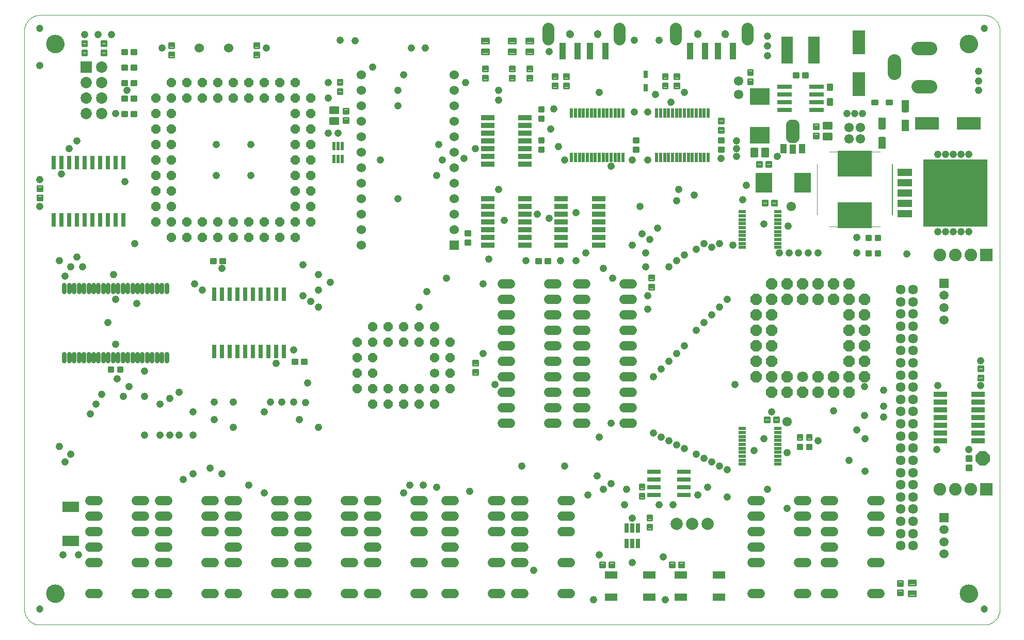
<source format=gts>
G75*
%MOIN*%
%OFA0B0*%
%FSLAX24Y24*%
%IPPOS*%
%LPD*%
%AMOC8*
5,1,8,0,0,1.08239X$1,22.5*
%
%ADD10C,0.0000*%
%ADD11C,0.1182*%
%ADD12R,0.0500X0.0750*%
%ADD13OC8,0.0600*%
%ADD14C,0.0297*%
%ADD15C,0.0600*%
%ADD16R,0.0860X0.0300*%
%ADD17R,0.0300X0.0600*%
%ADD18R,0.0600X0.0600*%
%ADD19C,0.0600*%
%ADD20R,0.0470X0.0200*%
%ADD21R,0.0217X0.0630*%
%ADD22C,0.0880*%
%ADD23R,0.0595X0.0595*%
%ADD24C,0.0595*%
%ADD25C,0.0107*%
%ADD26R,0.0789X0.0513*%
%ADD27C,0.0789*%
%ADD28R,0.0880X0.0340*%
%ADD29R,0.1580X0.0830*%
%ADD30R,0.0830X0.1580*%
%ADD31R,0.1080X0.1280*%
%ADD32R,0.1280X0.1080*%
%ADD33R,0.0749X0.1734*%
%ADD34R,0.1080X0.0680*%
%ADD35C,0.0099*%
%ADD36C,0.0472*%
%ADD37C,0.0710*%
%ADD38OC8,0.0710*%
%ADD39R,0.0300X0.0860*%
%ADD40R,0.0395X0.1064*%
%ADD41C,0.0780*%
%ADD42C,0.0513*%
%ADD43C,0.0395*%
%ADD44R,0.0946X0.0316*%
%ADD45R,0.4178X0.4332*%
%ADD46R,0.0930X0.0500*%
%ADD47R,0.0395X0.0631*%
%ADD48C,0.0660*%
%ADD49R,0.0394X0.0630*%
%ADD50C,0.0120*%
%ADD51R,0.0820X0.0820*%
%ADD52C,0.0820*%
%ADD53C,0.0634*%
%ADD54OC8,0.0930*%
%ADD55C,0.0080*%
%ADD56R,0.2245X0.1655*%
%ADD57R,0.0220X0.0540*%
%ADD58R,0.0730X0.0730*%
%ADD59C,0.0730*%
%ADD60R,0.0316X0.0474*%
%ADD61C,0.0476*%
%ADD62C,0.0437*%
%ADD63C,0.0611*%
D10*
X000350Y001350D02*
X000350Y038720D01*
X000352Y038780D01*
X000357Y038841D01*
X000366Y038900D01*
X000379Y038959D01*
X000395Y039018D01*
X000415Y039075D01*
X000438Y039130D01*
X000465Y039185D01*
X000494Y039237D01*
X000527Y039288D01*
X000563Y039337D01*
X000601Y039383D01*
X000643Y039427D01*
X000687Y039469D01*
X000733Y039507D01*
X000782Y039543D01*
X000833Y039576D01*
X000885Y039605D01*
X000940Y039632D01*
X000995Y039655D01*
X001052Y039675D01*
X001111Y039691D01*
X001170Y039704D01*
X001229Y039713D01*
X001290Y039718D01*
X001350Y039720D01*
X062342Y039720D01*
X062402Y039718D01*
X062463Y039713D01*
X062522Y039704D01*
X062581Y039691D01*
X062640Y039675D01*
X062697Y039655D01*
X062752Y039632D01*
X062807Y039605D01*
X062859Y039576D01*
X062910Y039543D01*
X062959Y039507D01*
X063005Y039469D01*
X063049Y039427D01*
X063091Y039383D01*
X063129Y039337D01*
X063165Y039288D01*
X063198Y039237D01*
X063227Y039185D01*
X063254Y039130D01*
X063277Y039075D01*
X063297Y039018D01*
X063313Y038959D01*
X063326Y038900D01*
X063335Y038841D01*
X063340Y038780D01*
X063342Y038720D01*
X063342Y001350D01*
X063340Y001290D01*
X063335Y001229D01*
X063326Y001170D01*
X063313Y001111D01*
X063297Y001052D01*
X063277Y000995D01*
X063254Y000940D01*
X063227Y000885D01*
X063198Y000833D01*
X063165Y000782D01*
X063129Y000733D01*
X063091Y000687D01*
X063049Y000643D01*
X063005Y000601D01*
X062959Y000563D01*
X062910Y000527D01*
X062859Y000494D01*
X062807Y000465D01*
X062752Y000438D01*
X062697Y000415D01*
X062640Y000395D01*
X062581Y000379D01*
X062522Y000366D01*
X062463Y000357D01*
X062402Y000352D01*
X062342Y000350D01*
X001350Y000350D01*
X001290Y000352D01*
X001229Y000357D01*
X001170Y000366D01*
X001111Y000379D01*
X001052Y000395D01*
X000995Y000415D01*
X000940Y000438D01*
X000885Y000465D01*
X000833Y000494D01*
X000782Y000527D01*
X000733Y000563D01*
X000687Y000601D01*
X000643Y000643D01*
X000601Y000687D01*
X000563Y000733D01*
X000527Y000782D01*
X000494Y000833D01*
X000465Y000885D01*
X000438Y000940D01*
X000415Y000995D01*
X000395Y001052D01*
X000379Y001111D01*
X000366Y001170D01*
X000357Y001229D01*
X000352Y001290D01*
X000350Y001350D01*
X001799Y002350D02*
X001801Y002397D01*
X001807Y002443D01*
X001817Y002489D01*
X001830Y002534D01*
X001848Y002577D01*
X001869Y002619D01*
X001893Y002659D01*
X001921Y002696D01*
X001952Y002731D01*
X001986Y002764D01*
X002022Y002793D01*
X002061Y002819D01*
X002102Y002842D01*
X002145Y002861D01*
X002189Y002877D01*
X002234Y002889D01*
X002280Y002897D01*
X002327Y002901D01*
X002373Y002901D01*
X002420Y002897D01*
X002466Y002889D01*
X002511Y002877D01*
X002555Y002861D01*
X002598Y002842D01*
X002639Y002819D01*
X002678Y002793D01*
X002714Y002764D01*
X002748Y002731D01*
X002779Y002696D01*
X002807Y002659D01*
X002831Y002619D01*
X002852Y002577D01*
X002870Y002534D01*
X002883Y002489D01*
X002893Y002443D01*
X002899Y002397D01*
X002901Y002350D01*
X002899Y002303D01*
X002893Y002257D01*
X002883Y002211D01*
X002870Y002166D01*
X002852Y002123D01*
X002831Y002081D01*
X002807Y002041D01*
X002779Y002004D01*
X002748Y001969D01*
X002714Y001936D01*
X002678Y001907D01*
X002639Y001881D01*
X002598Y001858D01*
X002555Y001839D01*
X002511Y001823D01*
X002466Y001811D01*
X002420Y001803D01*
X002373Y001799D01*
X002327Y001799D01*
X002280Y001803D01*
X002234Y001811D01*
X002189Y001823D01*
X002145Y001839D01*
X002102Y001858D01*
X002061Y001881D01*
X002022Y001907D01*
X001986Y001936D01*
X001952Y001969D01*
X001921Y002004D01*
X001893Y002041D01*
X001869Y002081D01*
X001848Y002123D01*
X001830Y002166D01*
X001817Y002211D01*
X001807Y002257D01*
X001801Y002303D01*
X001799Y002350D01*
X001799Y037850D02*
X001801Y037897D01*
X001807Y037943D01*
X001817Y037989D01*
X001830Y038034D01*
X001848Y038077D01*
X001869Y038119D01*
X001893Y038159D01*
X001921Y038196D01*
X001952Y038231D01*
X001986Y038264D01*
X002022Y038293D01*
X002061Y038319D01*
X002102Y038342D01*
X002145Y038361D01*
X002189Y038377D01*
X002234Y038389D01*
X002280Y038397D01*
X002327Y038401D01*
X002373Y038401D01*
X002420Y038397D01*
X002466Y038389D01*
X002511Y038377D01*
X002555Y038361D01*
X002598Y038342D01*
X002639Y038319D01*
X002678Y038293D01*
X002714Y038264D01*
X002748Y038231D01*
X002779Y038196D01*
X002807Y038159D01*
X002831Y038119D01*
X002852Y038077D01*
X002870Y038034D01*
X002883Y037989D01*
X002893Y037943D01*
X002899Y037897D01*
X002901Y037850D01*
X002899Y037803D01*
X002893Y037757D01*
X002883Y037711D01*
X002870Y037666D01*
X002852Y037623D01*
X002831Y037581D01*
X002807Y037541D01*
X002779Y037504D01*
X002748Y037469D01*
X002714Y037436D01*
X002678Y037407D01*
X002639Y037381D01*
X002598Y037358D01*
X002555Y037339D01*
X002511Y037323D01*
X002466Y037311D01*
X002420Y037303D01*
X002373Y037299D01*
X002327Y037299D01*
X002280Y037303D01*
X002234Y037311D01*
X002189Y037323D01*
X002145Y037339D01*
X002102Y037358D01*
X002061Y037381D01*
X002022Y037407D01*
X001986Y037436D01*
X001952Y037469D01*
X001921Y037504D01*
X001893Y037541D01*
X001869Y037581D01*
X001848Y037623D01*
X001830Y037666D01*
X001817Y037711D01*
X001807Y037757D01*
X001801Y037803D01*
X001799Y037850D01*
X034015Y038209D02*
X034017Y038234D01*
X034023Y038258D01*
X034032Y038280D01*
X034045Y038301D01*
X034061Y038320D01*
X034080Y038336D01*
X034101Y038349D01*
X034123Y038358D01*
X034147Y038364D01*
X034172Y038366D01*
X034197Y038364D01*
X034221Y038358D01*
X034243Y038349D01*
X034264Y038336D01*
X034283Y038320D01*
X034299Y038301D01*
X034312Y038280D01*
X034321Y038258D01*
X034327Y038234D01*
X034329Y038209D01*
X034327Y038184D01*
X034321Y038160D01*
X034312Y038138D01*
X034299Y038117D01*
X034283Y038098D01*
X034264Y038082D01*
X034243Y038069D01*
X034221Y038060D01*
X034197Y038054D01*
X034172Y038052D01*
X034147Y038054D01*
X034123Y038060D01*
X034101Y038069D01*
X034080Y038082D01*
X034061Y038098D01*
X034045Y038117D01*
X034032Y038138D01*
X034023Y038160D01*
X034017Y038184D01*
X034015Y038209D01*
X034015Y038367D02*
X034017Y038392D01*
X034023Y038416D01*
X034032Y038438D01*
X034045Y038459D01*
X034061Y038478D01*
X034080Y038494D01*
X034101Y038507D01*
X034123Y038516D01*
X034147Y038522D01*
X034172Y038524D01*
X034197Y038522D01*
X034221Y038516D01*
X034243Y038507D01*
X034264Y038494D01*
X034283Y038478D01*
X034299Y038459D01*
X034312Y038438D01*
X034321Y038416D01*
X034327Y038392D01*
X034329Y038367D01*
X034327Y038342D01*
X034321Y038318D01*
X034312Y038296D01*
X034299Y038275D01*
X034283Y038256D01*
X034264Y038240D01*
X034243Y038227D01*
X034221Y038218D01*
X034197Y038212D01*
X034172Y038210D01*
X034147Y038212D01*
X034123Y038218D01*
X034101Y038227D01*
X034080Y038240D01*
X034061Y038256D01*
X034045Y038275D01*
X034032Y038296D01*
X034023Y038318D01*
X034017Y038342D01*
X034015Y038367D01*
X034015Y038682D02*
X034017Y038707D01*
X034023Y038731D01*
X034032Y038753D01*
X034045Y038774D01*
X034061Y038793D01*
X034080Y038809D01*
X034101Y038822D01*
X034123Y038831D01*
X034147Y038837D01*
X034172Y038839D01*
X034197Y038837D01*
X034221Y038831D01*
X034243Y038822D01*
X034264Y038809D01*
X034283Y038793D01*
X034299Y038774D01*
X034312Y038753D01*
X034321Y038731D01*
X034327Y038707D01*
X034329Y038682D01*
X034327Y038657D01*
X034321Y038633D01*
X034312Y038611D01*
X034299Y038590D01*
X034283Y038571D01*
X034264Y038555D01*
X034243Y038542D01*
X034221Y038533D01*
X034197Y038527D01*
X034172Y038525D01*
X034147Y038527D01*
X034123Y038533D01*
X034101Y038542D01*
X034080Y038555D01*
X034061Y038571D01*
X034045Y038590D01*
X034032Y038611D01*
X034023Y038633D01*
X034017Y038657D01*
X034015Y038682D01*
X034015Y038839D02*
X034017Y038864D01*
X034023Y038888D01*
X034032Y038910D01*
X034045Y038931D01*
X034061Y038950D01*
X034080Y038966D01*
X034101Y038979D01*
X034123Y038988D01*
X034147Y038994D01*
X034172Y038996D01*
X034197Y038994D01*
X034221Y038988D01*
X034243Y038979D01*
X034264Y038966D01*
X034283Y038950D01*
X034299Y038931D01*
X034312Y038910D01*
X034321Y038888D01*
X034327Y038864D01*
X034329Y038839D01*
X034327Y038814D01*
X034321Y038790D01*
X034312Y038768D01*
X034299Y038747D01*
X034283Y038728D01*
X034264Y038712D01*
X034243Y038699D01*
X034221Y038690D01*
X034197Y038684D01*
X034172Y038682D01*
X034147Y038684D01*
X034123Y038690D01*
X034101Y038699D01*
X034080Y038712D01*
X034061Y038728D01*
X034045Y038747D01*
X034032Y038768D01*
X034023Y038790D01*
X034017Y038814D01*
X034015Y038839D01*
X035372Y038497D02*
X035374Y038526D01*
X035380Y038554D01*
X035389Y038582D01*
X035402Y038608D01*
X035419Y038631D01*
X035438Y038653D01*
X035460Y038672D01*
X035485Y038687D01*
X035511Y038700D01*
X035539Y038708D01*
X035567Y038713D01*
X035596Y038714D01*
X035625Y038711D01*
X035653Y038704D01*
X035680Y038694D01*
X035706Y038680D01*
X035729Y038663D01*
X035750Y038643D01*
X035768Y038620D01*
X035783Y038595D01*
X035794Y038568D01*
X035802Y038540D01*
X035806Y038511D01*
X035806Y038483D01*
X035802Y038454D01*
X035794Y038426D01*
X035783Y038399D01*
X035768Y038374D01*
X035750Y038351D01*
X035729Y038331D01*
X035706Y038314D01*
X035680Y038300D01*
X035653Y038290D01*
X035625Y038283D01*
X035596Y038280D01*
X035567Y038281D01*
X035539Y038286D01*
X035511Y038294D01*
X035485Y038307D01*
X035460Y038322D01*
X035438Y038341D01*
X035419Y038363D01*
X035402Y038386D01*
X035389Y038412D01*
X035380Y038440D01*
X035374Y038468D01*
X035372Y038497D01*
X037144Y038497D02*
X037146Y038526D01*
X037152Y038554D01*
X037161Y038582D01*
X037174Y038608D01*
X037191Y038631D01*
X037210Y038653D01*
X037232Y038672D01*
X037257Y038687D01*
X037283Y038700D01*
X037311Y038708D01*
X037339Y038713D01*
X037368Y038714D01*
X037397Y038711D01*
X037425Y038704D01*
X037452Y038694D01*
X037478Y038680D01*
X037501Y038663D01*
X037522Y038643D01*
X037540Y038620D01*
X037555Y038595D01*
X037566Y038568D01*
X037574Y038540D01*
X037578Y038511D01*
X037578Y038483D01*
X037574Y038454D01*
X037566Y038426D01*
X037555Y038399D01*
X037540Y038374D01*
X037522Y038351D01*
X037501Y038331D01*
X037478Y038314D01*
X037452Y038300D01*
X037425Y038290D01*
X037397Y038283D01*
X037368Y038280D01*
X037339Y038281D01*
X037311Y038286D01*
X037283Y038294D01*
X037257Y038307D01*
X037232Y038322D01*
X037210Y038341D01*
X037191Y038363D01*
X037174Y038386D01*
X037161Y038412D01*
X037152Y038440D01*
X037146Y038468D01*
X037144Y038497D01*
X038621Y038367D02*
X038623Y038392D01*
X038629Y038416D01*
X038638Y038438D01*
X038651Y038459D01*
X038667Y038478D01*
X038686Y038494D01*
X038707Y038507D01*
X038729Y038516D01*
X038753Y038522D01*
X038778Y038524D01*
X038803Y038522D01*
X038827Y038516D01*
X038849Y038507D01*
X038870Y038494D01*
X038889Y038478D01*
X038905Y038459D01*
X038918Y038438D01*
X038927Y038416D01*
X038933Y038392D01*
X038935Y038367D01*
X038933Y038342D01*
X038927Y038318D01*
X038918Y038296D01*
X038905Y038275D01*
X038889Y038256D01*
X038870Y038240D01*
X038849Y038227D01*
X038827Y038218D01*
X038803Y038212D01*
X038778Y038210D01*
X038753Y038212D01*
X038729Y038218D01*
X038707Y038227D01*
X038686Y038240D01*
X038667Y038256D01*
X038651Y038275D01*
X038638Y038296D01*
X038629Y038318D01*
X038623Y038342D01*
X038621Y038367D01*
X038621Y038209D02*
X038623Y038234D01*
X038629Y038258D01*
X038638Y038280D01*
X038651Y038301D01*
X038667Y038320D01*
X038686Y038336D01*
X038707Y038349D01*
X038729Y038358D01*
X038753Y038364D01*
X038778Y038366D01*
X038803Y038364D01*
X038827Y038358D01*
X038849Y038349D01*
X038870Y038336D01*
X038889Y038320D01*
X038905Y038301D01*
X038918Y038280D01*
X038927Y038258D01*
X038933Y038234D01*
X038935Y038209D01*
X038933Y038184D01*
X038927Y038160D01*
X038918Y038138D01*
X038905Y038117D01*
X038889Y038098D01*
X038870Y038082D01*
X038849Y038069D01*
X038827Y038060D01*
X038803Y038054D01*
X038778Y038052D01*
X038753Y038054D01*
X038729Y038060D01*
X038707Y038069D01*
X038686Y038082D01*
X038667Y038098D01*
X038651Y038117D01*
X038638Y038138D01*
X038629Y038160D01*
X038623Y038184D01*
X038621Y038209D01*
X038621Y038682D02*
X038623Y038707D01*
X038629Y038731D01*
X038638Y038753D01*
X038651Y038774D01*
X038667Y038793D01*
X038686Y038809D01*
X038707Y038822D01*
X038729Y038831D01*
X038753Y038837D01*
X038778Y038839D01*
X038803Y038837D01*
X038827Y038831D01*
X038849Y038822D01*
X038870Y038809D01*
X038889Y038793D01*
X038905Y038774D01*
X038918Y038753D01*
X038927Y038731D01*
X038933Y038707D01*
X038935Y038682D01*
X038933Y038657D01*
X038927Y038633D01*
X038918Y038611D01*
X038905Y038590D01*
X038889Y038571D01*
X038870Y038555D01*
X038849Y038542D01*
X038827Y038533D01*
X038803Y038527D01*
X038778Y038525D01*
X038753Y038527D01*
X038729Y038533D01*
X038707Y038542D01*
X038686Y038555D01*
X038667Y038571D01*
X038651Y038590D01*
X038638Y038611D01*
X038629Y038633D01*
X038623Y038657D01*
X038621Y038682D01*
X038621Y038839D02*
X038623Y038864D01*
X038629Y038888D01*
X038638Y038910D01*
X038651Y038931D01*
X038667Y038950D01*
X038686Y038966D01*
X038707Y038979D01*
X038729Y038988D01*
X038753Y038994D01*
X038778Y038996D01*
X038803Y038994D01*
X038827Y038988D01*
X038849Y038979D01*
X038870Y038966D01*
X038889Y038950D01*
X038905Y038931D01*
X038918Y038910D01*
X038927Y038888D01*
X038933Y038864D01*
X038935Y038839D01*
X038933Y038814D01*
X038927Y038790D01*
X038918Y038768D01*
X038905Y038747D01*
X038889Y038728D01*
X038870Y038712D01*
X038849Y038699D01*
X038827Y038690D01*
X038803Y038684D01*
X038778Y038682D01*
X038753Y038684D01*
X038729Y038690D01*
X038707Y038699D01*
X038686Y038712D01*
X038667Y038728D01*
X038651Y038747D01*
X038638Y038768D01*
X038629Y038790D01*
X038623Y038814D01*
X038621Y038839D01*
X042265Y038839D02*
X042267Y038864D01*
X042273Y038888D01*
X042282Y038910D01*
X042295Y038931D01*
X042311Y038950D01*
X042330Y038966D01*
X042351Y038979D01*
X042373Y038988D01*
X042397Y038994D01*
X042422Y038996D01*
X042447Y038994D01*
X042471Y038988D01*
X042493Y038979D01*
X042514Y038966D01*
X042533Y038950D01*
X042549Y038931D01*
X042562Y038910D01*
X042571Y038888D01*
X042577Y038864D01*
X042579Y038839D01*
X042577Y038814D01*
X042571Y038790D01*
X042562Y038768D01*
X042549Y038747D01*
X042533Y038728D01*
X042514Y038712D01*
X042493Y038699D01*
X042471Y038690D01*
X042447Y038684D01*
X042422Y038682D01*
X042397Y038684D01*
X042373Y038690D01*
X042351Y038699D01*
X042330Y038712D01*
X042311Y038728D01*
X042295Y038747D01*
X042282Y038768D01*
X042273Y038790D01*
X042267Y038814D01*
X042265Y038839D01*
X042265Y038682D02*
X042267Y038707D01*
X042273Y038731D01*
X042282Y038753D01*
X042295Y038774D01*
X042311Y038793D01*
X042330Y038809D01*
X042351Y038822D01*
X042373Y038831D01*
X042397Y038837D01*
X042422Y038839D01*
X042447Y038837D01*
X042471Y038831D01*
X042493Y038822D01*
X042514Y038809D01*
X042533Y038793D01*
X042549Y038774D01*
X042562Y038753D01*
X042571Y038731D01*
X042577Y038707D01*
X042579Y038682D01*
X042577Y038657D01*
X042571Y038633D01*
X042562Y038611D01*
X042549Y038590D01*
X042533Y038571D01*
X042514Y038555D01*
X042493Y038542D01*
X042471Y038533D01*
X042447Y038527D01*
X042422Y038525D01*
X042397Y038527D01*
X042373Y038533D01*
X042351Y038542D01*
X042330Y038555D01*
X042311Y038571D01*
X042295Y038590D01*
X042282Y038611D01*
X042273Y038633D01*
X042267Y038657D01*
X042265Y038682D01*
X042265Y038367D02*
X042267Y038392D01*
X042273Y038416D01*
X042282Y038438D01*
X042295Y038459D01*
X042311Y038478D01*
X042330Y038494D01*
X042351Y038507D01*
X042373Y038516D01*
X042397Y038522D01*
X042422Y038524D01*
X042447Y038522D01*
X042471Y038516D01*
X042493Y038507D01*
X042514Y038494D01*
X042533Y038478D01*
X042549Y038459D01*
X042562Y038438D01*
X042571Y038416D01*
X042577Y038392D01*
X042579Y038367D01*
X042577Y038342D01*
X042571Y038318D01*
X042562Y038296D01*
X042549Y038275D01*
X042533Y038256D01*
X042514Y038240D01*
X042493Y038227D01*
X042471Y038218D01*
X042447Y038212D01*
X042422Y038210D01*
X042397Y038212D01*
X042373Y038218D01*
X042351Y038227D01*
X042330Y038240D01*
X042311Y038256D01*
X042295Y038275D01*
X042282Y038296D01*
X042273Y038318D01*
X042267Y038342D01*
X042265Y038367D01*
X042265Y038209D02*
X042267Y038234D01*
X042273Y038258D01*
X042282Y038280D01*
X042295Y038301D01*
X042311Y038320D01*
X042330Y038336D01*
X042351Y038349D01*
X042373Y038358D01*
X042397Y038364D01*
X042422Y038366D01*
X042447Y038364D01*
X042471Y038358D01*
X042493Y038349D01*
X042514Y038336D01*
X042533Y038320D01*
X042549Y038301D01*
X042562Y038280D01*
X042571Y038258D01*
X042577Y038234D01*
X042579Y038209D01*
X042577Y038184D01*
X042571Y038160D01*
X042562Y038138D01*
X042549Y038117D01*
X042533Y038098D01*
X042514Y038082D01*
X042493Y038069D01*
X042471Y038060D01*
X042447Y038054D01*
X042422Y038052D01*
X042397Y038054D01*
X042373Y038060D01*
X042351Y038069D01*
X042330Y038082D01*
X042311Y038098D01*
X042295Y038117D01*
X042282Y038138D01*
X042273Y038160D01*
X042267Y038184D01*
X042265Y038209D01*
X043622Y038497D02*
X043624Y038526D01*
X043630Y038554D01*
X043639Y038582D01*
X043652Y038608D01*
X043669Y038631D01*
X043688Y038653D01*
X043710Y038672D01*
X043735Y038687D01*
X043761Y038700D01*
X043789Y038708D01*
X043817Y038713D01*
X043846Y038714D01*
X043875Y038711D01*
X043903Y038704D01*
X043930Y038694D01*
X043956Y038680D01*
X043979Y038663D01*
X044000Y038643D01*
X044018Y038620D01*
X044033Y038595D01*
X044044Y038568D01*
X044052Y038540D01*
X044056Y038511D01*
X044056Y038483D01*
X044052Y038454D01*
X044044Y038426D01*
X044033Y038399D01*
X044018Y038374D01*
X044000Y038351D01*
X043979Y038331D01*
X043956Y038314D01*
X043930Y038300D01*
X043903Y038290D01*
X043875Y038283D01*
X043846Y038280D01*
X043817Y038281D01*
X043789Y038286D01*
X043761Y038294D01*
X043735Y038307D01*
X043710Y038322D01*
X043688Y038341D01*
X043669Y038363D01*
X043652Y038386D01*
X043639Y038412D01*
X043630Y038440D01*
X043624Y038468D01*
X043622Y038497D01*
X045394Y038497D02*
X045396Y038526D01*
X045402Y038554D01*
X045411Y038582D01*
X045424Y038608D01*
X045441Y038631D01*
X045460Y038653D01*
X045482Y038672D01*
X045507Y038687D01*
X045533Y038700D01*
X045561Y038708D01*
X045589Y038713D01*
X045618Y038714D01*
X045647Y038711D01*
X045675Y038704D01*
X045702Y038694D01*
X045728Y038680D01*
X045751Y038663D01*
X045772Y038643D01*
X045790Y038620D01*
X045805Y038595D01*
X045816Y038568D01*
X045824Y038540D01*
X045828Y038511D01*
X045828Y038483D01*
X045824Y038454D01*
X045816Y038426D01*
X045805Y038399D01*
X045790Y038374D01*
X045772Y038351D01*
X045751Y038331D01*
X045728Y038314D01*
X045702Y038300D01*
X045675Y038290D01*
X045647Y038283D01*
X045618Y038280D01*
X045589Y038281D01*
X045561Y038286D01*
X045533Y038294D01*
X045507Y038307D01*
X045482Y038322D01*
X045460Y038341D01*
X045441Y038363D01*
X045424Y038386D01*
X045411Y038412D01*
X045402Y038440D01*
X045396Y038468D01*
X045394Y038497D01*
X046871Y038367D02*
X046873Y038392D01*
X046879Y038416D01*
X046888Y038438D01*
X046901Y038459D01*
X046917Y038478D01*
X046936Y038494D01*
X046957Y038507D01*
X046979Y038516D01*
X047003Y038522D01*
X047028Y038524D01*
X047053Y038522D01*
X047077Y038516D01*
X047099Y038507D01*
X047120Y038494D01*
X047139Y038478D01*
X047155Y038459D01*
X047168Y038438D01*
X047177Y038416D01*
X047183Y038392D01*
X047185Y038367D01*
X047183Y038342D01*
X047177Y038318D01*
X047168Y038296D01*
X047155Y038275D01*
X047139Y038256D01*
X047120Y038240D01*
X047099Y038227D01*
X047077Y038218D01*
X047053Y038212D01*
X047028Y038210D01*
X047003Y038212D01*
X046979Y038218D01*
X046957Y038227D01*
X046936Y038240D01*
X046917Y038256D01*
X046901Y038275D01*
X046888Y038296D01*
X046879Y038318D01*
X046873Y038342D01*
X046871Y038367D01*
X046871Y038209D02*
X046873Y038234D01*
X046879Y038258D01*
X046888Y038280D01*
X046901Y038301D01*
X046917Y038320D01*
X046936Y038336D01*
X046957Y038349D01*
X046979Y038358D01*
X047003Y038364D01*
X047028Y038366D01*
X047053Y038364D01*
X047077Y038358D01*
X047099Y038349D01*
X047120Y038336D01*
X047139Y038320D01*
X047155Y038301D01*
X047168Y038280D01*
X047177Y038258D01*
X047183Y038234D01*
X047185Y038209D01*
X047183Y038184D01*
X047177Y038160D01*
X047168Y038138D01*
X047155Y038117D01*
X047139Y038098D01*
X047120Y038082D01*
X047099Y038069D01*
X047077Y038060D01*
X047053Y038054D01*
X047028Y038052D01*
X047003Y038054D01*
X046979Y038060D01*
X046957Y038069D01*
X046936Y038082D01*
X046917Y038098D01*
X046901Y038117D01*
X046888Y038138D01*
X046879Y038160D01*
X046873Y038184D01*
X046871Y038209D01*
X046871Y038682D02*
X046873Y038707D01*
X046879Y038731D01*
X046888Y038753D01*
X046901Y038774D01*
X046917Y038793D01*
X046936Y038809D01*
X046957Y038822D01*
X046979Y038831D01*
X047003Y038837D01*
X047028Y038839D01*
X047053Y038837D01*
X047077Y038831D01*
X047099Y038822D01*
X047120Y038809D01*
X047139Y038793D01*
X047155Y038774D01*
X047168Y038753D01*
X047177Y038731D01*
X047183Y038707D01*
X047185Y038682D01*
X047183Y038657D01*
X047177Y038633D01*
X047168Y038611D01*
X047155Y038590D01*
X047139Y038571D01*
X047120Y038555D01*
X047099Y038542D01*
X047077Y038533D01*
X047053Y038527D01*
X047028Y038525D01*
X047003Y038527D01*
X046979Y038533D01*
X046957Y038542D01*
X046936Y038555D01*
X046917Y038571D01*
X046901Y038590D01*
X046888Y038611D01*
X046879Y038633D01*
X046873Y038657D01*
X046871Y038682D01*
X046871Y038839D02*
X046873Y038864D01*
X046879Y038888D01*
X046888Y038910D01*
X046901Y038931D01*
X046917Y038950D01*
X046936Y038966D01*
X046957Y038979D01*
X046979Y038988D01*
X047003Y038994D01*
X047028Y038996D01*
X047053Y038994D01*
X047077Y038988D01*
X047099Y038979D01*
X047120Y038966D01*
X047139Y038950D01*
X047155Y038931D01*
X047168Y038910D01*
X047177Y038888D01*
X047183Y038864D01*
X047185Y038839D01*
X047183Y038814D01*
X047177Y038790D01*
X047168Y038768D01*
X047155Y038747D01*
X047139Y038728D01*
X047120Y038712D01*
X047099Y038699D01*
X047077Y038690D01*
X047053Y038684D01*
X047028Y038682D01*
X047003Y038684D01*
X046979Y038690D01*
X046957Y038699D01*
X046936Y038712D01*
X046917Y038728D01*
X046901Y038747D01*
X046888Y038768D01*
X046879Y038790D01*
X046873Y038814D01*
X046871Y038839D01*
X052341Y030896D02*
X055609Y030896D01*
X051554Y030109D02*
X051554Y026841D01*
X052341Y026054D02*
X055609Y026054D01*
X060799Y037850D02*
X060801Y037897D01*
X060807Y037943D01*
X060817Y037989D01*
X060830Y038034D01*
X060848Y038077D01*
X060869Y038119D01*
X060893Y038159D01*
X060921Y038196D01*
X060952Y038231D01*
X060986Y038264D01*
X061022Y038293D01*
X061061Y038319D01*
X061102Y038342D01*
X061145Y038361D01*
X061189Y038377D01*
X061234Y038389D01*
X061280Y038397D01*
X061327Y038401D01*
X061373Y038401D01*
X061420Y038397D01*
X061466Y038389D01*
X061511Y038377D01*
X061555Y038361D01*
X061598Y038342D01*
X061639Y038319D01*
X061678Y038293D01*
X061714Y038264D01*
X061748Y038231D01*
X061779Y038196D01*
X061807Y038159D01*
X061831Y038119D01*
X061852Y038077D01*
X061870Y038034D01*
X061883Y037989D01*
X061893Y037943D01*
X061899Y037897D01*
X061901Y037850D01*
X061899Y037803D01*
X061893Y037757D01*
X061883Y037711D01*
X061870Y037666D01*
X061852Y037623D01*
X061831Y037581D01*
X061807Y037541D01*
X061779Y037504D01*
X061748Y037469D01*
X061714Y037436D01*
X061678Y037407D01*
X061639Y037381D01*
X061598Y037358D01*
X061555Y037339D01*
X061511Y037323D01*
X061466Y037311D01*
X061420Y037303D01*
X061373Y037299D01*
X061327Y037299D01*
X061280Y037303D01*
X061234Y037311D01*
X061189Y037323D01*
X061145Y037339D01*
X061102Y037358D01*
X061061Y037381D01*
X061022Y037407D01*
X060986Y037436D01*
X060952Y037469D01*
X060921Y037504D01*
X060893Y037541D01*
X060869Y037581D01*
X060848Y037623D01*
X060830Y037666D01*
X060817Y037711D01*
X060807Y037757D01*
X060801Y037803D01*
X060799Y037850D01*
X060799Y002350D02*
X060801Y002397D01*
X060807Y002443D01*
X060817Y002489D01*
X060830Y002534D01*
X060848Y002577D01*
X060869Y002619D01*
X060893Y002659D01*
X060921Y002696D01*
X060952Y002731D01*
X060986Y002764D01*
X061022Y002793D01*
X061061Y002819D01*
X061102Y002842D01*
X061145Y002861D01*
X061189Y002877D01*
X061234Y002889D01*
X061280Y002897D01*
X061327Y002901D01*
X061373Y002901D01*
X061420Y002897D01*
X061466Y002889D01*
X061511Y002877D01*
X061555Y002861D01*
X061598Y002842D01*
X061639Y002819D01*
X061678Y002793D01*
X061714Y002764D01*
X061748Y002731D01*
X061779Y002696D01*
X061807Y002659D01*
X061831Y002619D01*
X061852Y002577D01*
X061870Y002534D01*
X061883Y002489D01*
X061893Y002443D01*
X061899Y002397D01*
X061901Y002350D01*
X061899Y002303D01*
X061893Y002257D01*
X061883Y002211D01*
X061870Y002166D01*
X061852Y002123D01*
X061831Y002081D01*
X061807Y002041D01*
X061779Y002004D01*
X061748Y001969D01*
X061714Y001936D01*
X061678Y001907D01*
X061639Y001881D01*
X061598Y001858D01*
X061555Y001839D01*
X061511Y001823D01*
X061466Y001811D01*
X061420Y001803D01*
X061373Y001799D01*
X061327Y001799D01*
X061280Y001803D01*
X061234Y001811D01*
X061189Y001823D01*
X061145Y001839D01*
X061102Y001858D01*
X061061Y001881D01*
X061022Y001907D01*
X060986Y001936D01*
X060952Y001969D01*
X060921Y002004D01*
X060893Y002041D01*
X060869Y002081D01*
X060848Y002123D01*
X060830Y002166D01*
X060817Y002211D01*
X060807Y002257D01*
X060801Y002303D01*
X060799Y002350D01*
D11*
X061350Y002350D03*
X061350Y037850D03*
X002350Y037850D03*
X002350Y002350D03*
D12*
X055725Y031475D03*
X055725Y032725D03*
X057225Y032600D03*
X057225Y033850D03*
D13*
X027850Y018600D03*
X026850Y018600D03*
X026850Y017600D03*
X027850Y017600D03*
X027850Y016600D03*
X027850Y015600D03*
X026850Y015600D03*
X026850Y014600D03*
X025850Y014600D03*
X024850Y014600D03*
X024850Y015600D03*
X025850Y015600D03*
X023850Y015600D03*
X023850Y014600D03*
X022850Y014600D03*
X022850Y015600D03*
X021850Y015600D03*
X021850Y016600D03*
X022850Y016600D03*
X022850Y017600D03*
X021850Y017600D03*
X021850Y018600D03*
X022850Y018600D03*
X022850Y019600D03*
X023850Y019600D03*
X023850Y018600D03*
X024850Y018600D03*
X025850Y018600D03*
X025850Y019600D03*
X024850Y019600D03*
X026850Y019600D03*
X017850Y025350D03*
X017850Y026350D03*
X018850Y026350D03*
X018850Y027350D03*
X017850Y027350D03*
X016850Y026350D03*
X016850Y025350D03*
X015850Y025350D03*
X014850Y025350D03*
X014850Y026350D03*
X015850Y026350D03*
X013850Y026350D03*
X012850Y026350D03*
X012850Y025350D03*
X013850Y025350D03*
X011850Y025350D03*
X010850Y025350D03*
X010850Y026350D03*
X011850Y026350D03*
X009850Y026350D03*
X009850Y025350D03*
X008850Y026350D03*
X008850Y027350D03*
X009850Y027350D03*
X009850Y028350D03*
X009850Y029350D03*
X009850Y030350D03*
X009850Y031350D03*
X009850Y032350D03*
X008850Y032350D03*
X008850Y031350D03*
X008850Y030350D03*
X008850Y029350D03*
X008850Y028350D03*
X008850Y033350D03*
X008850Y034350D03*
X009850Y034350D03*
X009850Y033350D03*
X010850Y034350D03*
X011850Y034350D03*
X011850Y035350D03*
X010850Y035350D03*
X009850Y035350D03*
X012850Y035350D03*
X013850Y035350D03*
X013850Y034350D03*
X012850Y034350D03*
X014850Y034350D03*
X015850Y034350D03*
X015850Y035350D03*
X014850Y035350D03*
X016850Y035350D03*
X016850Y034350D03*
X017850Y034350D03*
X018850Y034350D03*
X018850Y033350D03*
X017850Y033350D03*
X017850Y032350D03*
X018850Y032350D03*
X018850Y031350D03*
X017850Y031350D03*
X017850Y030350D03*
X018850Y030350D03*
X018850Y029350D03*
X017850Y029350D03*
X017850Y028350D03*
X018850Y028350D03*
X017850Y035350D03*
D14*
X009532Y022293D02*
X009532Y022293D01*
X009532Y021879D01*
X009532Y021879D01*
X009532Y022293D01*
X009532Y022175D02*
X009532Y022175D01*
X009217Y022293D02*
X009217Y022293D01*
X009217Y021879D01*
X009217Y021879D01*
X009217Y022293D01*
X009217Y022175D02*
X009217Y022175D01*
X008902Y022293D02*
X008902Y022293D01*
X008902Y021879D01*
X008902Y021879D01*
X008902Y022293D01*
X008902Y022175D02*
X008902Y022175D01*
X008587Y022293D02*
X008587Y022293D01*
X008587Y021879D01*
X008587Y021879D01*
X008587Y022293D01*
X008587Y022175D02*
X008587Y022175D01*
X008272Y022293D02*
X008272Y022293D01*
X008272Y021879D01*
X008272Y021879D01*
X008272Y022293D01*
X008272Y022175D02*
X008272Y022175D01*
X007957Y022293D02*
X007957Y022293D01*
X007957Y021879D01*
X007957Y021879D01*
X007957Y022293D01*
X007957Y022175D02*
X007957Y022175D01*
X007642Y022293D02*
X007642Y022293D01*
X007642Y021879D01*
X007642Y021879D01*
X007642Y022293D01*
X007642Y022175D02*
X007642Y022175D01*
X007327Y022293D02*
X007327Y022293D01*
X007327Y021879D01*
X007327Y021879D01*
X007327Y022293D01*
X007327Y022175D02*
X007327Y022175D01*
X007012Y022293D02*
X007012Y022293D01*
X007012Y021879D01*
X007012Y021879D01*
X007012Y022293D01*
X007012Y022175D02*
X007012Y022175D01*
X006697Y022293D02*
X006697Y022293D01*
X006697Y021879D01*
X006697Y021879D01*
X006697Y022293D01*
X006697Y022175D02*
X006697Y022175D01*
X006382Y022293D02*
X006382Y022293D01*
X006382Y021879D01*
X006382Y021879D01*
X006382Y022293D01*
X006382Y022175D02*
X006382Y022175D01*
X006068Y022293D02*
X006068Y022293D01*
X006068Y021879D01*
X006068Y021879D01*
X006068Y022293D01*
X006068Y022175D02*
X006068Y022175D01*
X005753Y022293D02*
X005753Y022293D01*
X005753Y021879D01*
X005753Y021879D01*
X005753Y022293D01*
X005753Y022175D02*
X005753Y022175D01*
X005438Y022293D02*
X005438Y022293D01*
X005438Y021879D01*
X005438Y021879D01*
X005438Y022293D01*
X005438Y022175D02*
X005438Y022175D01*
X005123Y022293D02*
X005123Y022293D01*
X005123Y021879D01*
X005123Y021879D01*
X005123Y022293D01*
X005123Y022175D02*
X005123Y022175D01*
X004808Y022293D02*
X004808Y022293D01*
X004808Y021879D01*
X004808Y021879D01*
X004808Y022293D01*
X004808Y022175D02*
X004808Y022175D01*
X004493Y022293D02*
X004493Y022293D01*
X004493Y021879D01*
X004493Y021879D01*
X004493Y022293D01*
X004493Y022175D02*
X004493Y022175D01*
X004178Y022293D02*
X004178Y022293D01*
X004178Y021879D01*
X004178Y021879D01*
X004178Y022293D01*
X004178Y022175D02*
X004178Y022175D01*
X003863Y022293D02*
X003863Y022293D01*
X003863Y021879D01*
X003863Y021879D01*
X003863Y022293D01*
X003863Y022175D02*
X003863Y022175D01*
X003548Y022293D02*
X003548Y022293D01*
X003548Y021879D01*
X003548Y021879D01*
X003548Y022293D01*
X003548Y022175D02*
X003548Y022175D01*
X003233Y022293D02*
X003233Y022293D01*
X003233Y021879D01*
X003233Y021879D01*
X003233Y022293D01*
X003233Y022175D02*
X003233Y022175D01*
X002918Y022293D02*
X002918Y022293D01*
X002918Y021879D01*
X002918Y021879D01*
X002918Y022293D01*
X002918Y022175D02*
X002918Y022175D01*
X002918Y017407D02*
X002918Y017407D01*
X002918Y017821D01*
X002918Y017821D01*
X002918Y017407D01*
X002918Y017703D02*
X002918Y017703D01*
X003233Y017407D02*
X003233Y017407D01*
X003233Y017821D01*
X003233Y017821D01*
X003233Y017407D01*
X003233Y017703D02*
X003233Y017703D01*
X003548Y017407D02*
X003548Y017407D01*
X003548Y017821D01*
X003548Y017821D01*
X003548Y017407D01*
X003548Y017703D02*
X003548Y017703D01*
X003863Y017407D02*
X003863Y017407D01*
X003863Y017821D01*
X003863Y017821D01*
X003863Y017407D01*
X003863Y017703D02*
X003863Y017703D01*
X004178Y017407D02*
X004178Y017407D01*
X004178Y017821D01*
X004178Y017821D01*
X004178Y017407D01*
X004178Y017703D02*
X004178Y017703D01*
X004493Y017407D02*
X004493Y017407D01*
X004493Y017821D01*
X004493Y017821D01*
X004493Y017407D01*
X004493Y017703D02*
X004493Y017703D01*
X004808Y017407D02*
X004808Y017407D01*
X004808Y017821D01*
X004808Y017821D01*
X004808Y017407D01*
X004808Y017703D02*
X004808Y017703D01*
X005123Y017407D02*
X005123Y017407D01*
X005123Y017821D01*
X005123Y017821D01*
X005123Y017407D01*
X005123Y017703D02*
X005123Y017703D01*
X005438Y017407D02*
X005438Y017407D01*
X005438Y017821D01*
X005438Y017821D01*
X005438Y017407D01*
X005438Y017703D02*
X005438Y017703D01*
X005753Y017407D02*
X005753Y017407D01*
X005753Y017821D01*
X005753Y017821D01*
X005753Y017407D01*
X005753Y017703D02*
X005753Y017703D01*
X006068Y017407D02*
X006068Y017407D01*
X006068Y017821D01*
X006068Y017821D01*
X006068Y017407D01*
X006068Y017703D02*
X006068Y017703D01*
X006382Y017407D02*
X006382Y017407D01*
X006382Y017821D01*
X006382Y017821D01*
X006382Y017407D01*
X006382Y017703D02*
X006382Y017703D01*
X006697Y017407D02*
X006697Y017407D01*
X006697Y017821D01*
X006697Y017821D01*
X006697Y017407D01*
X006697Y017703D02*
X006697Y017703D01*
X007012Y017407D02*
X007012Y017407D01*
X007012Y017821D01*
X007012Y017821D01*
X007012Y017407D01*
X007012Y017703D02*
X007012Y017703D01*
X007327Y017407D02*
X007327Y017407D01*
X007327Y017821D01*
X007327Y017821D01*
X007327Y017407D01*
X007327Y017703D02*
X007327Y017703D01*
X007642Y017407D02*
X007642Y017407D01*
X007642Y017821D01*
X007642Y017821D01*
X007642Y017407D01*
X007642Y017703D02*
X007642Y017703D01*
X007957Y017407D02*
X007957Y017407D01*
X007957Y017821D01*
X007957Y017821D01*
X007957Y017407D01*
X007957Y017703D02*
X007957Y017703D01*
X008272Y017407D02*
X008272Y017407D01*
X008272Y017821D01*
X008272Y017821D01*
X008272Y017407D01*
X008272Y017703D02*
X008272Y017703D01*
X008587Y017407D02*
X008587Y017407D01*
X008587Y017821D01*
X008587Y017821D01*
X008587Y017407D01*
X008587Y017703D02*
X008587Y017703D01*
X008902Y017407D02*
X008902Y017407D01*
X008902Y017821D01*
X008902Y017821D01*
X008902Y017407D01*
X008902Y017703D02*
X008902Y017703D01*
X009217Y017407D02*
X009217Y017407D01*
X009217Y017821D01*
X009217Y017821D01*
X009217Y017407D01*
X009217Y017703D02*
X009217Y017703D01*
X009532Y017407D02*
X009532Y017407D01*
X009532Y017821D01*
X009532Y017821D01*
X009532Y017407D01*
X009532Y017703D02*
X009532Y017703D01*
D15*
X009610Y008350D02*
X009090Y008350D01*
X008110Y008350D02*
X007590Y008350D01*
X007590Y007350D02*
X008110Y007350D01*
X009090Y007350D02*
X009610Y007350D01*
X009610Y006350D02*
X009090Y006350D01*
X008110Y006350D02*
X007590Y006350D01*
X009090Y005350D02*
X009610Y005350D01*
X009610Y004350D02*
X009090Y004350D01*
X008110Y004350D02*
X007590Y004350D01*
X005110Y004350D02*
X004590Y004350D01*
X004590Y005350D02*
X005110Y005350D01*
X005110Y006350D02*
X004590Y006350D01*
X004590Y007350D02*
X005110Y007350D01*
X005110Y008350D02*
X004590Y008350D01*
X012090Y008350D02*
X012610Y008350D01*
X013590Y008350D02*
X014110Y008350D01*
X014110Y007350D02*
X013590Y007350D01*
X012610Y007350D02*
X012090Y007350D01*
X012090Y006350D02*
X012610Y006350D01*
X013590Y006350D02*
X014110Y006350D01*
X014110Y005350D02*
X013590Y005350D01*
X013590Y004350D02*
X014110Y004350D01*
X012610Y004350D02*
X012090Y004350D01*
X012090Y002350D02*
X012610Y002350D01*
X013590Y002350D02*
X014110Y002350D01*
X016590Y002350D02*
X017110Y002350D01*
X018090Y002350D02*
X018610Y002350D01*
X018610Y004350D02*
X018090Y004350D01*
X017110Y004350D02*
X016590Y004350D01*
X018090Y005350D02*
X018610Y005350D01*
X018610Y006350D02*
X018090Y006350D01*
X017110Y006350D02*
X016590Y006350D01*
X016590Y007350D02*
X017110Y007350D01*
X018090Y007350D02*
X018610Y007350D01*
X018610Y008350D02*
X018090Y008350D01*
X017110Y008350D02*
X016590Y008350D01*
X021090Y008350D02*
X021610Y008350D01*
X022590Y008350D02*
X023110Y008350D01*
X023110Y007350D02*
X022590Y007350D01*
X021610Y007350D02*
X021090Y007350D01*
X021090Y006350D02*
X021610Y006350D01*
X022590Y006350D02*
X023110Y006350D01*
X023110Y005350D02*
X022590Y005350D01*
X022590Y004350D02*
X023110Y004350D01*
X021610Y004350D02*
X021090Y004350D01*
X021090Y002350D02*
X021610Y002350D01*
X022590Y002350D02*
X023110Y002350D01*
X025590Y002350D02*
X026110Y002350D01*
X027590Y002350D02*
X028110Y002350D01*
X028110Y004350D02*
X027590Y004350D01*
X027590Y005350D02*
X028110Y005350D01*
X028110Y006350D02*
X027590Y006350D01*
X027590Y007350D02*
X028110Y007350D01*
X028110Y008350D02*
X027590Y008350D01*
X026110Y008350D02*
X025590Y008350D01*
X025590Y007350D02*
X026110Y007350D01*
X026110Y006350D02*
X025590Y006350D01*
X025590Y004350D02*
X026110Y004350D01*
X030590Y004350D02*
X031110Y004350D01*
X032090Y004350D02*
X032610Y004350D01*
X032610Y005350D02*
X032090Y005350D01*
X032090Y006350D02*
X032610Y006350D01*
X032610Y007350D02*
X032090Y007350D01*
X031110Y007350D02*
X030590Y007350D01*
X030590Y008350D02*
X031110Y008350D01*
X032090Y008350D02*
X032610Y008350D01*
X035090Y008350D02*
X035610Y008350D01*
X035610Y007350D02*
X035090Y007350D01*
X035090Y006350D02*
X035610Y006350D01*
X035610Y004350D02*
X035090Y004350D01*
X035090Y002350D02*
X035610Y002350D01*
X032610Y002350D02*
X032090Y002350D01*
X031110Y002350D02*
X030590Y002350D01*
X030590Y006350D02*
X031110Y006350D01*
X031215Y013350D02*
X031735Y013350D01*
X031735Y014350D02*
X031215Y014350D01*
X031215Y015350D02*
X031735Y015350D01*
X031735Y016350D02*
X031215Y016350D01*
X031215Y017350D02*
X031735Y017350D01*
X031735Y018350D02*
X031215Y018350D01*
X031215Y019350D02*
X031735Y019350D01*
X031735Y020350D02*
X031215Y020350D01*
X031215Y021350D02*
X031735Y021350D01*
X031735Y022350D02*
X031215Y022350D01*
X034215Y022350D02*
X034735Y022350D01*
X036090Y022350D02*
X036610Y022350D01*
X036610Y021350D02*
X036090Y021350D01*
X036090Y020350D02*
X036610Y020350D01*
X036610Y019350D02*
X036090Y019350D01*
X036090Y018350D02*
X036610Y018350D01*
X036610Y017350D02*
X036090Y017350D01*
X034735Y017350D02*
X034215Y017350D01*
X034215Y018350D02*
X034735Y018350D01*
X034735Y019350D02*
X034215Y019350D01*
X034215Y020350D02*
X034735Y020350D01*
X034735Y021350D02*
X034215Y021350D01*
X039090Y021350D02*
X039610Y021350D01*
X039610Y020350D02*
X039090Y020350D01*
X039090Y019350D02*
X039610Y019350D01*
X039610Y018350D02*
X039090Y018350D01*
X039090Y017350D02*
X039610Y017350D01*
X039610Y016350D02*
X039090Y016350D01*
X039090Y015350D02*
X039610Y015350D01*
X039610Y014350D02*
X039090Y014350D01*
X039090Y013350D02*
X039610Y013350D01*
X036610Y013350D02*
X036090Y013350D01*
X036090Y014350D02*
X036610Y014350D01*
X036610Y015350D02*
X036090Y015350D01*
X036090Y016350D02*
X036610Y016350D01*
X034735Y016350D02*
X034215Y016350D01*
X034215Y015350D02*
X034735Y015350D01*
X034735Y014350D02*
X034215Y014350D01*
X034215Y013350D02*
X034735Y013350D01*
X039090Y022350D02*
X039610Y022350D01*
X047340Y008350D02*
X047860Y008350D01*
X047860Y007350D02*
X047340Y007350D01*
X047340Y006350D02*
X047860Y006350D01*
X047860Y005350D02*
X047340Y005350D01*
X047340Y004350D02*
X047860Y004350D01*
X047860Y002350D02*
X047340Y002350D01*
X050340Y002350D02*
X050860Y002350D01*
X052090Y002350D02*
X052610Y002350D01*
X052610Y004350D02*
X052090Y004350D01*
X052090Y005350D02*
X052610Y005350D01*
X052610Y006350D02*
X052090Y006350D01*
X050860Y006350D02*
X050340Y006350D01*
X050340Y007350D02*
X050860Y007350D01*
X050860Y008350D02*
X050340Y008350D01*
X052090Y008350D02*
X052610Y008350D01*
X052610Y007350D02*
X052090Y007350D01*
X055090Y007350D02*
X055610Y007350D01*
X055610Y008350D02*
X055090Y008350D01*
X055090Y006350D02*
X055610Y006350D01*
X055610Y004350D02*
X055090Y004350D01*
X055090Y002350D02*
X055610Y002350D01*
X050860Y004350D02*
X050340Y004350D01*
X009610Y002350D02*
X009090Y002350D01*
X008110Y002350D02*
X007590Y002350D01*
X005110Y002350D02*
X004590Y002350D01*
D16*
X041005Y008725D03*
X041005Y009225D03*
X041005Y009725D03*
X041005Y010225D03*
X042945Y010225D03*
X042945Y009725D03*
X042945Y009225D03*
X042945Y008725D03*
D17*
X039970Y006600D03*
X039600Y006600D03*
X039230Y006600D03*
X039230Y005600D03*
X039600Y005600D03*
X039970Y005600D03*
D18*
X028100Y024850D03*
D19*
X028100Y025850D03*
X028100Y026850D03*
X028100Y027850D03*
X028100Y028850D03*
X028100Y029850D03*
X028100Y030850D03*
X028100Y031850D03*
X028100Y032850D03*
X028100Y033850D03*
X028100Y034850D03*
X028100Y035850D03*
X022100Y035850D03*
X022100Y034850D03*
X022100Y033850D03*
X022100Y032850D03*
X022100Y031850D03*
X022100Y030850D03*
X022100Y029850D03*
X022100Y028850D03*
X022100Y027850D03*
X022100Y026850D03*
X022100Y025850D03*
X022100Y024850D03*
X026850Y016600D03*
X013550Y037600D03*
X011650Y037600D03*
D20*
X046701Y027021D03*
X046701Y026765D03*
X046701Y026509D03*
X046701Y026254D03*
X046701Y025998D03*
X046701Y025742D03*
X046701Y025486D03*
X046701Y025230D03*
X046701Y024974D03*
X046701Y024718D03*
X048999Y024718D03*
X048999Y024974D03*
X048999Y025230D03*
X048999Y025486D03*
X048999Y025742D03*
X048999Y025998D03*
X048999Y026254D03*
X048999Y026509D03*
X048999Y026765D03*
X048999Y027021D03*
X048999Y013021D03*
X048999Y012765D03*
X048999Y012509D03*
X048999Y012254D03*
X048999Y011998D03*
X048999Y011742D03*
X048999Y011486D03*
X048999Y011230D03*
X048999Y010974D03*
X048999Y010718D03*
X046701Y010718D03*
X046701Y010974D03*
X046701Y011230D03*
X046701Y011486D03*
X046701Y011742D03*
X046701Y011998D03*
X046701Y012254D03*
X046701Y012509D03*
X046701Y012765D03*
X046701Y013021D03*
D21*
X044513Y030536D03*
X044257Y030536D03*
X044002Y030536D03*
X043746Y030536D03*
X043490Y030536D03*
X043234Y030536D03*
X042978Y030536D03*
X042722Y030536D03*
X042466Y030536D03*
X042210Y030536D03*
X041954Y030536D03*
X041698Y030536D03*
X041443Y030536D03*
X041187Y030536D03*
X039013Y030536D03*
X038757Y030536D03*
X038502Y030536D03*
X038246Y030536D03*
X037990Y030536D03*
X037734Y030536D03*
X037478Y030536D03*
X037222Y030536D03*
X036966Y030536D03*
X036710Y030536D03*
X036454Y030536D03*
X036198Y030536D03*
X035943Y030536D03*
X035687Y030536D03*
X035687Y033414D03*
X035943Y033414D03*
X036198Y033414D03*
X036454Y033414D03*
X036710Y033414D03*
X036966Y033414D03*
X037222Y033414D03*
X037478Y033414D03*
X037734Y033414D03*
X037990Y033414D03*
X038246Y033414D03*
X038502Y033414D03*
X038757Y033414D03*
X039013Y033414D03*
X041187Y033414D03*
X041443Y033414D03*
X041698Y033414D03*
X041954Y033414D03*
X042210Y033414D03*
X042466Y033414D03*
X042722Y033414D03*
X042978Y033414D03*
X043234Y033414D03*
X043490Y033414D03*
X043746Y033414D03*
X044002Y033414D03*
X044257Y033414D03*
X044513Y033414D03*
D22*
X056525Y035950D02*
X056525Y036750D01*
X058075Y037550D02*
X058875Y037550D01*
X058875Y035100D02*
X058075Y035100D01*
D23*
X059725Y022406D03*
X059725Y007281D03*
D24*
X059725Y006494D03*
X059725Y005706D03*
X059725Y004919D03*
X059725Y020044D03*
X059725Y020831D03*
X059725Y021619D03*
D25*
X055624Y024511D02*
X055302Y024511D01*
X055624Y024511D02*
X055624Y024189D01*
X055302Y024189D01*
X055302Y024511D01*
X055302Y024296D02*
X055624Y024296D01*
X055624Y024403D02*
X055302Y024403D01*
X055302Y024510D02*
X055624Y024510D01*
X055024Y024511D02*
X054702Y024511D01*
X055024Y024511D02*
X055024Y024189D01*
X054702Y024189D01*
X054702Y024511D01*
X054702Y024296D02*
X055024Y024296D01*
X055024Y024403D02*
X054702Y024403D01*
X054702Y024510D02*
X055024Y024510D01*
X055024Y025511D02*
X054702Y025511D01*
X055024Y025511D02*
X055024Y025189D01*
X054702Y025189D01*
X054702Y025511D01*
X054702Y025296D02*
X055024Y025296D01*
X055024Y025403D02*
X054702Y025403D01*
X054702Y025510D02*
X055024Y025510D01*
X055302Y025511D02*
X055624Y025511D01*
X055624Y025189D01*
X055302Y025189D01*
X055302Y025511D01*
X055302Y025296D02*
X055624Y025296D01*
X055624Y025403D02*
X055302Y025403D01*
X055302Y025510D02*
X055624Y025510D01*
X048936Y027439D02*
X048614Y027439D01*
X048614Y027761D01*
X048936Y027761D01*
X048936Y027439D01*
X048936Y027546D02*
X048614Y027546D01*
X048614Y027653D02*
X048936Y027653D01*
X048936Y027760D02*
X048614Y027760D01*
X048336Y027439D02*
X048014Y027439D01*
X048014Y027761D01*
X048336Y027761D01*
X048336Y027439D01*
X048336Y027546D02*
X048014Y027546D01*
X048014Y027653D02*
X048336Y027653D01*
X048336Y027760D02*
X048014Y027760D01*
X047961Y029939D02*
X047639Y029939D01*
X047639Y030261D01*
X047961Y030261D01*
X047961Y029939D01*
X047961Y030046D02*
X047639Y030046D01*
X047639Y030153D02*
X047961Y030153D01*
X047961Y030260D02*
X047639Y030260D01*
X048239Y029939D02*
X048561Y029939D01*
X048239Y029939D02*
X048239Y030261D01*
X048561Y030261D01*
X048561Y029939D01*
X048561Y030046D02*
X048239Y030046D01*
X048239Y030153D02*
X048561Y030153D01*
X048561Y030260D02*
X048239Y030260D01*
X045189Y030889D02*
X045189Y031211D01*
X045511Y031211D01*
X045511Y030889D01*
X045189Y030889D01*
X045189Y030996D02*
X045511Y030996D01*
X045511Y031103D02*
X045189Y031103D01*
X045189Y031210D02*
X045511Y031210D01*
X045189Y031489D02*
X045189Y031811D01*
X045511Y031811D01*
X045511Y031489D01*
X045189Y031489D01*
X045189Y031596D02*
X045511Y031596D01*
X045511Y031703D02*
X045189Y031703D01*
X045189Y031810D02*
X045511Y031810D01*
X045511Y032139D02*
X045511Y032461D01*
X045511Y032139D02*
X045189Y032139D01*
X045189Y032461D01*
X045511Y032461D01*
X045511Y032246D02*
X045189Y032246D01*
X045189Y032353D02*
X045511Y032353D01*
X045511Y032460D02*
X045189Y032460D01*
X045511Y032739D02*
X045511Y033061D01*
X045511Y032739D02*
X045189Y032739D01*
X045189Y033061D01*
X045511Y033061D01*
X045511Y032846D02*
X045189Y032846D01*
X045189Y032953D02*
X045511Y032953D01*
X045511Y033060D02*
X045189Y033060D01*
X047064Y035264D02*
X047064Y035586D01*
X047386Y035586D01*
X047386Y035264D01*
X047064Y035264D01*
X047064Y035371D02*
X047386Y035371D01*
X047386Y035478D02*
X047064Y035478D01*
X047064Y035585D02*
X047386Y035585D01*
X047064Y035864D02*
X047064Y036186D01*
X047386Y036186D01*
X047386Y035864D01*
X047064Y035864D01*
X047064Y035971D02*
X047386Y035971D01*
X047386Y036078D02*
X047064Y036078D01*
X047064Y036185D02*
X047386Y036185D01*
X050014Y035689D02*
X050336Y035689D01*
X050014Y035689D02*
X050014Y036011D01*
X050336Y036011D01*
X050336Y035689D01*
X050336Y035796D02*
X050014Y035796D01*
X050014Y035903D02*
X050336Y035903D01*
X050336Y036010D02*
X050014Y036010D01*
X050614Y035689D02*
X050936Y035689D01*
X050614Y035689D02*
X050614Y036011D01*
X050936Y036011D01*
X050936Y035689D01*
X050936Y035796D02*
X050614Y035796D01*
X050614Y035903D02*
X050936Y035903D01*
X050936Y036010D02*
X050614Y036010D01*
X051314Y032686D02*
X051314Y032364D01*
X051314Y032686D02*
X051636Y032686D01*
X051636Y032364D01*
X051314Y032364D01*
X051314Y032471D02*
X051636Y032471D01*
X051636Y032578D02*
X051314Y032578D01*
X051314Y032685D02*
X051636Y032685D01*
X051314Y032086D02*
X051314Y031764D01*
X051314Y032086D02*
X051636Y032086D01*
X051636Y031764D01*
X051314Y031764D01*
X051314Y031871D02*
X051636Y031871D01*
X051636Y031978D02*
X051314Y031978D01*
X051314Y032085D02*
X051636Y032085D01*
X042636Y035014D02*
X042636Y035336D01*
X042636Y035014D02*
X042314Y035014D01*
X042314Y035336D01*
X042636Y035336D01*
X042636Y035121D02*
X042314Y035121D01*
X042314Y035228D02*
X042636Y035228D01*
X042636Y035335D02*
X042314Y035335D01*
X042636Y035614D02*
X042636Y035936D01*
X042636Y035614D02*
X042314Y035614D01*
X042314Y035936D01*
X042636Y035936D01*
X042636Y035721D02*
X042314Y035721D01*
X042314Y035828D02*
X042636Y035828D01*
X042636Y035935D02*
X042314Y035935D01*
X041564Y035936D02*
X041564Y035614D01*
X041564Y035936D02*
X041886Y035936D01*
X041886Y035614D01*
X041564Y035614D01*
X041564Y035721D02*
X041886Y035721D01*
X041886Y035828D02*
X041564Y035828D01*
X041564Y035935D02*
X041886Y035935D01*
X041564Y035336D02*
X041564Y035014D01*
X041564Y035336D02*
X041886Y035336D01*
X041886Y035014D01*
X041564Y035014D01*
X041564Y035121D02*
X041886Y035121D01*
X041886Y035228D02*
X041564Y035228D01*
X041564Y035335D02*
X041886Y035335D01*
X040011Y031811D02*
X040011Y031489D01*
X039689Y031489D01*
X039689Y031811D01*
X040011Y031811D01*
X040011Y031596D02*
X039689Y031596D01*
X039689Y031703D02*
X040011Y031703D01*
X040011Y031810D02*
X039689Y031810D01*
X040011Y031211D02*
X040011Y030889D01*
X039689Y030889D01*
X039689Y031211D01*
X040011Y031211D01*
X040011Y030996D02*
X039689Y030996D01*
X039689Y031103D02*
X040011Y031103D01*
X040011Y031210D02*
X039689Y031210D01*
X035511Y035014D02*
X035511Y035336D01*
X035511Y035014D02*
X035189Y035014D01*
X035189Y035336D01*
X035511Y035336D01*
X035511Y035121D02*
X035189Y035121D01*
X035189Y035228D02*
X035511Y035228D01*
X035511Y035335D02*
X035189Y035335D01*
X035511Y035614D02*
X035511Y035936D01*
X035511Y035614D02*
X035189Y035614D01*
X035189Y035936D01*
X035511Y035936D01*
X035511Y035721D02*
X035189Y035721D01*
X035189Y035828D02*
X035511Y035828D01*
X035511Y035935D02*
X035189Y035935D01*
X034439Y035936D02*
X034439Y035614D01*
X034439Y035936D02*
X034761Y035936D01*
X034761Y035614D01*
X034439Y035614D01*
X034439Y035721D02*
X034761Y035721D01*
X034761Y035828D02*
X034439Y035828D01*
X034439Y035935D02*
X034761Y035935D01*
X034439Y035336D02*
X034439Y035014D01*
X034439Y035336D02*
X034761Y035336D01*
X034761Y035014D01*
X034439Y035014D01*
X034439Y035121D02*
X034761Y035121D01*
X034761Y035228D02*
X034439Y035228D01*
X034439Y035335D02*
X034761Y035335D01*
X033136Y035514D02*
X033136Y035836D01*
X033136Y035514D02*
X032814Y035514D01*
X032814Y035836D01*
X033136Y035836D01*
X033136Y035621D02*
X032814Y035621D01*
X032814Y035728D02*
X033136Y035728D01*
X033136Y035835D02*
X032814Y035835D01*
X033136Y036114D02*
X033136Y036436D01*
X033136Y036114D02*
X032814Y036114D01*
X032814Y036436D01*
X033136Y036436D01*
X033136Y036221D02*
X032814Y036221D01*
X032814Y036328D02*
X033136Y036328D01*
X033136Y036435D02*
X032814Y036435D01*
X032011Y036436D02*
X032011Y036114D01*
X031689Y036114D01*
X031689Y036436D01*
X032011Y036436D01*
X032011Y036221D02*
X031689Y036221D01*
X031689Y036328D02*
X032011Y036328D01*
X032011Y036435D02*
X031689Y036435D01*
X032011Y035836D02*
X032011Y035514D01*
X031689Y035514D01*
X031689Y035836D01*
X032011Y035836D01*
X032011Y035621D02*
X031689Y035621D01*
X031689Y035728D02*
X032011Y035728D01*
X032011Y035835D02*
X031689Y035835D01*
X030261Y035836D02*
X030261Y035514D01*
X029939Y035514D01*
X029939Y035836D01*
X030261Y035836D01*
X030261Y035621D02*
X029939Y035621D01*
X029939Y035728D02*
X030261Y035728D01*
X030261Y035835D02*
X029939Y035835D01*
X030261Y036114D02*
X030261Y036436D01*
X030261Y036114D02*
X029939Y036114D01*
X029939Y036436D01*
X030261Y036436D01*
X030261Y036221D02*
X029939Y036221D01*
X029939Y036328D02*
X030261Y036328D01*
X030261Y036435D02*
X029939Y036435D01*
X029864Y037214D02*
X029864Y037536D01*
X030336Y037536D01*
X030336Y037214D01*
X029864Y037214D01*
X029864Y037321D02*
X030336Y037321D01*
X030336Y037428D02*
X029864Y037428D01*
X029864Y037535D02*
X030336Y037535D01*
X029864Y037914D02*
X029864Y038236D01*
X030336Y038236D01*
X030336Y037914D01*
X029864Y037914D01*
X029864Y038021D02*
X030336Y038021D01*
X030336Y038128D02*
X029864Y038128D01*
X029864Y038235D02*
X030336Y038235D01*
X031614Y038236D02*
X031614Y037914D01*
X031614Y038236D02*
X032086Y038236D01*
X032086Y037914D01*
X031614Y037914D01*
X031614Y038021D02*
X032086Y038021D01*
X032086Y038128D02*
X031614Y038128D01*
X031614Y038235D02*
X032086Y038235D01*
X032739Y038236D02*
X032739Y037914D01*
X032739Y038236D02*
X033211Y038236D01*
X033211Y037914D01*
X032739Y037914D01*
X032739Y038021D02*
X033211Y038021D01*
X033211Y038128D02*
X032739Y038128D01*
X032739Y038235D02*
X033211Y038235D01*
X032739Y037536D02*
X032739Y037214D01*
X032739Y037536D02*
X033211Y037536D01*
X033211Y037214D01*
X032739Y037214D01*
X032739Y037321D02*
X033211Y037321D01*
X033211Y037428D02*
X032739Y037428D01*
X032739Y037535D02*
X033211Y037535D01*
X031614Y037536D02*
X031614Y037214D01*
X031614Y037536D02*
X032086Y037536D01*
X032086Y037214D01*
X031614Y037214D01*
X031614Y037321D02*
X032086Y037321D01*
X032086Y037428D02*
X031614Y037428D01*
X031614Y037535D02*
X032086Y037535D01*
X033886Y033811D02*
X033886Y033489D01*
X033564Y033489D01*
X033564Y033811D01*
X033886Y033811D01*
X033886Y033596D02*
X033564Y033596D01*
X033564Y033703D02*
X033886Y033703D01*
X033886Y033810D02*
X033564Y033810D01*
X033886Y033211D02*
X033886Y032889D01*
X033564Y032889D01*
X033564Y033211D01*
X033886Y033211D01*
X033886Y032996D02*
X033564Y032996D01*
X033564Y033103D02*
X033886Y033103D01*
X033886Y033210D02*
X033564Y033210D01*
X033564Y031811D02*
X033564Y031489D01*
X033564Y031811D02*
X033886Y031811D01*
X033886Y031489D01*
X033564Y031489D01*
X033564Y031596D02*
X033886Y031596D01*
X033886Y031703D02*
X033564Y031703D01*
X033564Y031810D02*
X033886Y031810D01*
X033564Y031211D02*
X033564Y030889D01*
X033564Y031211D02*
X033886Y031211D01*
X033886Y030889D01*
X033564Y030889D01*
X033564Y030996D02*
X033886Y030996D01*
X033886Y031103D02*
X033564Y031103D01*
X033564Y031210D02*
X033886Y031210D01*
X029136Y025811D02*
X029136Y025489D01*
X028814Y025489D01*
X028814Y025811D01*
X029136Y025811D01*
X029136Y025596D02*
X028814Y025596D01*
X028814Y025703D02*
X029136Y025703D01*
X029136Y025810D02*
X028814Y025810D01*
X029136Y025211D02*
X029136Y024889D01*
X028814Y024889D01*
X028814Y025211D01*
X029136Y025211D01*
X029136Y024996D02*
X028814Y024996D01*
X028814Y025103D02*
X029136Y025103D01*
X029136Y025210D02*
X028814Y025210D01*
X033389Y024011D02*
X033711Y024011D01*
X033711Y023689D01*
X033389Y023689D01*
X033389Y024011D01*
X033389Y023796D02*
X033711Y023796D01*
X033711Y023903D02*
X033389Y023903D01*
X033389Y024010D02*
X033711Y024010D01*
X033989Y024011D02*
X034311Y024011D01*
X034311Y023689D01*
X033989Y023689D01*
X033989Y024011D01*
X033989Y023796D02*
X034311Y023796D01*
X034311Y023903D02*
X033989Y023903D01*
X033989Y024010D02*
X034311Y024010D01*
X041011Y022936D02*
X041011Y022614D01*
X040689Y022614D01*
X040689Y022936D01*
X041011Y022936D01*
X041011Y022721D02*
X040689Y022721D01*
X040689Y022828D02*
X041011Y022828D01*
X041011Y022935D02*
X040689Y022935D01*
X041011Y022336D02*
X041011Y022014D01*
X040689Y022014D01*
X040689Y022336D01*
X041011Y022336D01*
X041011Y022121D02*
X040689Y022121D01*
X040689Y022228D02*
X041011Y022228D01*
X041011Y022335D02*
X040689Y022335D01*
X029314Y017436D02*
X029314Y017114D01*
X029314Y017436D02*
X029636Y017436D01*
X029636Y017114D01*
X029314Y017114D01*
X029314Y017221D02*
X029636Y017221D01*
X029636Y017328D02*
X029314Y017328D01*
X029314Y017435D02*
X029636Y017435D01*
X029314Y016836D02*
X029314Y016514D01*
X029314Y016836D02*
X029636Y016836D01*
X029636Y016514D01*
X029314Y016514D01*
X029314Y016621D02*
X029636Y016621D01*
X029636Y016728D02*
X029314Y016728D01*
X029314Y016835D02*
X029636Y016835D01*
X040386Y009436D02*
X040386Y009114D01*
X040064Y009114D01*
X040064Y009436D01*
X040386Y009436D01*
X040386Y009221D02*
X040064Y009221D01*
X040064Y009328D02*
X040386Y009328D01*
X040386Y009435D02*
X040064Y009435D01*
X040386Y008836D02*
X040386Y008514D01*
X040064Y008514D01*
X040064Y008836D01*
X040386Y008836D01*
X040386Y008621D02*
X040064Y008621D01*
X040064Y008728D02*
X040386Y008728D01*
X040386Y008835D02*
X040064Y008835D01*
X040886Y007436D02*
X040886Y007114D01*
X040564Y007114D01*
X040564Y007436D01*
X040886Y007436D01*
X040886Y007221D02*
X040564Y007221D01*
X040564Y007328D02*
X040886Y007328D01*
X040886Y007435D02*
X040564Y007435D01*
X040886Y006836D02*
X040886Y006514D01*
X040564Y006514D01*
X040564Y006836D01*
X040886Y006836D01*
X040886Y006621D02*
X040564Y006621D01*
X040564Y006728D02*
X040886Y006728D01*
X040886Y006835D02*
X040564Y006835D01*
X042014Y004386D02*
X042336Y004386D01*
X042336Y004064D01*
X042014Y004064D01*
X042014Y004386D01*
X042014Y004171D02*
X042336Y004171D01*
X042336Y004278D02*
X042014Y004278D01*
X042014Y004385D02*
X042336Y004385D01*
X042614Y004386D02*
X042936Y004386D01*
X042936Y004064D01*
X042614Y004064D01*
X042614Y004386D01*
X042614Y004171D02*
X042936Y004171D01*
X042936Y004278D02*
X042614Y004278D01*
X042614Y004385D02*
X042936Y004385D01*
X038436Y004386D02*
X038114Y004386D01*
X038436Y004386D02*
X038436Y004064D01*
X038114Y004064D01*
X038114Y004386D01*
X038114Y004171D02*
X038436Y004171D01*
X038436Y004278D02*
X038114Y004278D01*
X038114Y004385D02*
X038436Y004385D01*
X037836Y004386D02*
X037514Y004386D01*
X037836Y004386D02*
X037836Y004064D01*
X037514Y004064D01*
X037514Y004386D01*
X037514Y004171D02*
X037836Y004171D01*
X037836Y004278D02*
X037514Y004278D01*
X037514Y004385D02*
X037836Y004385D01*
X048139Y013439D02*
X048461Y013439D01*
X048139Y013439D02*
X048139Y013761D01*
X048461Y013761D01*
X048461Y013439D01*
X048461Y013546D02*
X048139Y013546D01*
X048139Y013653D02*
X048461Y013653D01*
X048461Y013760D02*
X048139Y013760D01*
X048739Y013439D02*
X049061Y013439D01*
X048739Y013439D02*
X048739Y013761D01*
X049061Y013761D01*
X049061Y013439D01*
X049061Y013546D02*
X048739Y013546D01*
X048739Y013653D02*
X049061Y013653D01*
X049061Y013760D02*
X048739Y013760D01*
X050264Y012314D02*
X050586Y012314D01*
X050264Y012314D02*
X050264Y012636D01*
X050586Y012636D01*
X050586Y012314D01*
X050586Y012421D02*
X050264Y012421D01*
X050264Y012528D02*
X050586Y012528D01*
X050586Y012635D02*
X050264Y012635D01*
X050864Y012314D02*
X051186Y012314D01*
X050864Y012314D02*
X050864Y012636D01*
X051186Y012636D01*
X051186Y012314D01*
X051186Y012421D02*
X050864Y012421D01*
X050864Y012528D02*
X051186Y012528D01*
X051186Y012635D02*
X050864Y012635D01*
X050864Y011689D02*
X051186Y011689D01*
X050864Y011689D02*
X050864Y012011D01*
X051186Y012011D01*
X051186Y011689D01*
X051186Y011796D02*
X050864Y011796D01*
X050864Y011903D02*
X051186Y011903D01*
X051186Y012010D02*
X050864Y012010D01*
X050586Y011689D02*
X050264Y011689D01*
X050264Y012011D01*
X050586Y012011D01*
X050586Y011689D01*
X050586Y011796D02*
X050264Y011796D01*
X050264Y011903D02*
X050586Y011903D01*
X050586Y012010D02*
X050264Y012010D01*
X061511Y011249D02*
X061511Y010927D01*
X061189Y010927D01*
X061189Y011249D01*
X061511Y011249D01*
X061511Y011034D02*
X061189Y011034D01*
X061189Y011141D02*
X061511Y011141D01*
X061511Y011248D02*
X061189Y011248D01*
X061511Y010649D02*
X061511Y010327D01*
X061189Y010327D01*
X061189Y010649D01*
X061511Y010649D01*
X061511Y010434D02*
X061189Y010434D01*
X061189Y010541D02*
X061511Y010541D01*
X061511Y010648D02*
X061189Y010648D01*
X061939Y016139D02*
X061939Y016461D01*
X062261Y016461D01*
X062261Y016139D01*
X061939Y016139D01*
X061939Y016246D02*
X062261Y016246D01*
X062261Y016353D02*
X061939Y016353D01*
X061939Y016460D02*
X062261Y016460D01*
X061939Y016739D02*
X061939Y017061D01*
X062261Y017061D01*
X062261Y016739D01*
X061939Y016739D01*
X061939Y016846D02*
X062261Y016846D01*
X062261Y016953D02*
X061939Y016953D01*
X061939Y017060D02*
X062261Y017060D01*
X057427Y003236D02*
X057427Y002914D01*
X057427Y003236D02*
X057899Y003236D01*
X057899Y002914D01*
X057427Y002914D01*
X057427Y003021D02*
X057899Y003021D01*
X057899Y003128D02*
X057427Y003128D01*
X057427Y003235D02*
X057899Y003235D01*
X056752Y003186D02*
X056752Y002864D01*
X056752Y003186D02*
X057074Y003186D01*
X057074Y002864D01*
X056752Y002864D01*
X056752Y002971D02*
X057074Y002971D01*
X057074Y003078D02*
X056752Y003078D01*
X056752Y003185D02*
X057074Y003185D01*
X056752Y002586D02*
X056752Y002264D01*
X056752Y002586D02*
X057074Y002586D01*
X057074Y002264D01*
X056752Y002264D01*
X056752Y002371D02*
X057074Y002371D01*
X057074Y002478D02*
X056752Y002478D01*
X056752Y002585D02*
X057074Y002585D01*
X057427Y002536D02*
X057427Y002214D01*
X057427Y002536D02*
X057899Y002536D01*
X057899Y002214D01*
X057427Y002214D01*
X057427Y002321D02*
X057899Y002321D01*
X057899Y002428D02*
X057427Y002428D01*
X057427Y002535D02*
X057899Y002535D01*
X018561Y017189D02*
X018239Y017189D01*
X018239Y017511D01*
X018561Y017511D01*
X018561Y017189D01*
X018561Y017296D02*
X018239Y017296D01*
X018239Y017403D02*
X018561Y017403D01*
X018561Y017510D02*
X018239Y017510D01*
X017961Y017189D02*
X017639Y017189D01*
X017639Y017511D01*
X017961Y017511D01*
X017961Y017189D01*
X017961Y017296D02*
X017639Y017296D01*
X017639Y017403D02*
X017961Y017403D01*
X017961Y017510D02*
X017639Y017510D01*
X013311Y024011D02*
X012989Y024011D01*
X013311Y024011D02*
X013311Y023689D01*
X012989Y023689D01*
X012989Y024011D01*
X012989Y023796D02*
X013311Y023796D01*
X013311Y023903D02*
X012989Y023903D01*
X012989Y024010D02*
X013311Y024010D01*
X012711Y024011D02*
X012389Y024011D01*
X012711Y024011D02*
X012711Y023689D01*
X012389Y023689D01*
X012389Y024011D01*
X012389Y023796D02*
X012711Y023796D01*
X012711Y023903D02*
X012389Y023903D01*
X012389Y024010D02*
X012711Y024010D01*
X006686Y017011D02*
X006364Y017011D01*
X006686Y017011D02*
X006686Y016689D01*
X006364Y016689D01*
X006364Y017011D01*
X006364Y016796D02*
X006686Y016796D01*
X006686Y016903D02*
X006364Y016903D01*
X006364Y017010D02*
X006686Y017010D01*
X006086Y017011D02*
X005764Y017011D01*
X006086Y017011D02*
X006086Y016689D01*
X005764Y016689D01*
X005764Y017011D01*
X005764Y016796D02*
X006086Y016796D01*
X006086Y016903D02*
X005764Y016903D01*
X005764Y017010D02*
X006086Y017010D01*
X001189Y027764D02*
X001189Y028086D01*
X001511Y028086D01*
X001511Y027764D01*
X001189Y027764D01*
X001189Y027871D02*
X001511Y027871D01*
X001511Y027978D02*
X001189Y027978D01*
X001189Y028085D02*
X001511Y028085D01*
X001189Y028364D02*
X001189Y028686D01*
X001511Y028686D01*
X001511Y028364D01*
X001189Y028364D01*
X001189Y028471D02*
X001511Y028471D01*
X001511Y028578D02*
X001189Y028578D01*
X001189Y028685D02*
X001511Y028685D01*
X006639Y033189D02*
X006961Y033189D01*
X006639Y033189D02*
X006639Y033511D01*
X006961Y033511D01*
X006961Y033189D01*
X006961Y033296D02*
X006639Y033296D01*
X006639Y033403D02*
X006961Y033403D01*
X006961Y033510D02*
X006639Y033510D01*
X007239Y033189D02*
X007561Y033189D01*
X007239Y033189D02*
X007239Y033511D01*
X007561Y033511D01*
X007561Y033189D01*
X007561Y033296D02*
X007239Y033296D01*
X007239Y033403D02*
X007561Y033403D01*
X007561Y033510D02*
X007239Y033510D01*
X007239Y034189D02*
X007561Y034189D01*
X007239Y034189D02*
X007239Y034511D01*
X007561Y034511D01*
X007561Y034189D01*
X007561Y034296D02*
X007239Y034296D01*
X007239Y034403D02*
X007561Y034403D01*
X007561Y034510D02*
X007239Y034510D01*
X006961Y034189D02*
X006639Y034189D01*
X006639Y034511D01*
X006961Y034511D01*
X006961Y034189D01*
X006961Y034296D02*
X006639Y034296D01*
X006639Y034403D02*
X006961Y034403D01*
X006961Y034510D02*
X006639Y034510D01*
X006639Y035189D02*
X006961Y035189D01*
X006639Y035189D02*
X006639Y035511D01*
X006961Y035511D01*
X006961Y035189D01*
X006961Y035296D02*
X006639Y035296D01*
X006639Y035403D02*
X006961Y035403D01*
X006961Y035510D02*
X006639Y035510D01*
X007239Y035189D02*
X007561Y035189D01*
X007239Y035189D02*
X007239Y035511D01*
X007561Y035511D01*
X007561Y035189D01*
X007561Y035296D02*
X007239Y035296D01*
X007239Y035403D02*
X007561Y035403D01*
X007561Y035510D02*
X007239Y035510D01*
X007239Y036189D02*
X007561Y036189D01*
X007239Y036189D02*
X007239Y036511D01*
X007561Y036511D01*
X007561Y036189D01*
X007561Y036296D02*
X007239Y036296D01*
X007239Y036403D02*
X007561Y036403D01*
X007561Y036510D02*
X007239Y036510D01*
X006961Y036189D02*
X006639Y036189D01*
X006639Y036511D01*
X006961Y036511D01*
X006961Y036189D01*
X006961Y036296D02*
X006639Y036296D01*
X006639Y036403D02*
X006961Y036403D01*
X006961Y036510D02*
X006639Y036510D01*
X006639Y037189D02*
X006961Y037189D01*
X006639Y037189D02*
X006639Y037511D01*
X006961Y037511D01*
X006961Y037189D01*
X006961Y037296D02*
X006639Y037296D01*
X006639Y037403D02*
X006961Y037403D01*
X006961Y037510D02*
X006639Y037510D01*
X007239Y037189D02*
X007561Y037189D01*
X007239Y037189D02*
X007239Y037511D01*
X007561Y037511D01*
X007561Y037189D01*
X007561Y037296D02*
X007239Y037296D01*
X007239Y037403D02*
X007561Y037403D01*
X007561Y037510D02*
X007239Y037510D01*
X005314Y037461D02*
X005314Y037139D01*
X005314Y037461D02*
X005636Y037461D01*
X005636Y037139D01*
X005314Y037139D01*
X005314Y037246D02*
X005636Y037246D01*
X005636Y037353D02*
X005314Y037353D01*
X005314Y037460D02*
X005636Y037460D01*
X005314Y037739D02*
X005314Y038061D01*
X005636Y038061D01*
X005636Y037739D01*
X005314Y037739D01*
X005314Y037846D02*
X005636Y037846D01*
X005636Y037953D02*
X005314Y037953D01*
X005314Y038060D02*
X005636Y038060D01*
X004386Y038061D02*
X004386Y037739D01*
X004064Y037739D01*
X004064Y038061D01*
X004386Y038061D01*
X004386Y037846D02*
X004064Y037846D01*
X004064Y037953D02*
X004386Y037953D01*
X004386Y038060D02*
X004064Y038060D01*
X004386Y037461D02*
X004386Y037139D01*
X004064Y037139D01*
X004064Y037461D01*
X004386Y037461D01*
X004386Y037246D02*
X004064Y037246D01*
X004064Y037353D02*
X004386Y037353D01*
X004386Y037460D02*
X004064Y037460D01*
X009689Y037336D02*
X009689Y037014D01*
X009689Y037336D02*
X010011Y037336D01*
X010011Y037014D01*
X009689Y037014D01*
X009689Y037121D02*
X010011Y037121D01*
X010011Y037228D02*
X009689Y037228D01*
X009689Y037335D02*
X010011Y037335D01*
X009689Y037614D02*
X009689Y037936D01*
X010011Y037936D01*
X010011Y037614D01*
X009689Y037614D01*
X009689Y037721D02*
X010011Y037721D01*
X010011Y037828D02*
X009689Y037828D01*
X009689Y037935D02*
X010011Y037935D01*
X015189Y037936D02*
X015189Y037614D01*
X015189Y037936D02*
X015511Y037936D01*
X015511Y037614D01*
X015189Y037614D01*
X015189Y037721D02*
X015511Y037721D01*
X015511Y037828D02*
X015189Y037828D01*
X015189Y037935D02*
X015511Y037935D01*
X015189Y037336D02*
X015189Y037014D01*
X015189Y037336D02*
X015511Y037336D01*
X015511Y037014D01*
X015189Y037014D01*
X015189Y037121D02*
X015511Y037121D01*
X015511Y037228D02*
X015189Y037228D01*
X015189Y037335D02*
X015511Y037335D01*
X020564Y035561D02*
X020564Y035239D01*
X020564Y035561D02*
X020886Y035561D01*
X020886Y035239D01*
X020564Y035239D01*
X020564Y035346D02*
X020886Y035346D01*
X020886Y035453D02*
X020564Y035453D01*
X020564Y035560D02*
X020886Y035560D01*
X020564Y034961D02*
X020564Y034639D01*
X020564Y034961D02*
X020886Y034961D01*
X020886Y034639D01*
X020564Y034639D01*
X020564Y034746D02*
X020886Y034746D01*
X020886Y034853D02*
X020564Y034853D01*
X020564Y034960D02*
X020886Y034960D01*
X021261Y033686D02*
X021261Y033364D01*
X020939Y033364D01*
X020939Y033686D01*
X021261Y033686D01*
X021261Y033471D02*
X020939Y033471D01*
X020939Y033578D02*
X021261Y033578D01*
X021261Y033685D02*
X020939Y033685D01*
X021261Y033086D02*
X021261Y032764D01*
X020939Y032764D01*
X020939Y033086D01*
X021261Y033086D01*
X021261Y032871D02*
X020939Y032871D01*
X020939Y032978D02*
X021261Y032978D01*
X021261Y033085D02*
X020939Y033085D01*
D26*
X038255Y003578D03*
X038255Y002122D03*
X040695Y002122D03*
X040695Y003578D03*
X042755Y003578D03*
X042755Y002122D03*
X045195Y002122D03*
X045195Y003578D03*
D27*
X044459Y006850D03*
X043475Y006850D03*
X042491Y006850D03*
D28*
X059515Y012225D03*
X059515Y012725D03*
X059515Y013225D03*
X059515Y013725D03*
X059515Y014225D03*
X059515Y014725D03*
X059515Y015225D03*
X061935Y015225D03*
X061935Y014725D03*
X061935Y014225D03*
X061935Y013725D03*
X061935Y013225D03*
X061935Y012725D03*
X061935Y012225D03*
X037435Y024850D03*
X037435Y025350D03*
X037435Y025850D03*
X037435Y026350D03*
X037435Y026850D03*
X037435Y027350D03*
X037435Y027850D03*
X035015Y027850D03*
X035015Y027350D03*
X035015Y026850D03*
X035015Y026350D03*
X035015Y025850D03*
X035015Y025350D03*
X035015Y024850D03*
X032685Y024850D03*
X032685Y025350D03*
X032685Y025850D03*
X032685Y026350D03*
X032685Y026850D03*
X032685Y027350D03*
X032685Y027850D03*
X030265Y027850D03*
X030265Y027350D03*
X030265Y026850D03*
X030265Y026350D03*
X030265Y025850D03*
X030265Y025350D03*
X030265Y024850D03*
X030265Y030100D03*
X030265Y030600D03*
X030265Y031100D03*
X030265Y031600D03*
X030265Y032100D03*
X030265Y032600D03*
X030265Y033100D03*
X032685Y033100D03*
X032685Y032600D03*
X032685Y032100D03*
X032685Y031600D03*
X032685Y031100D03*
X032685Y030600D03*
X032685Y030100D03*
D29*
X058625Y032725D03*
X061325Y032725D03*
D30*
X054225Y035250D03*
X054225Y037950D03*
D31*
X050600Y028913D03*
X048100Y028913D03*
D32*
X047850Y031975D03*
X047850Y034475D03*
D33*
X049619Y037475D03*
X051331Y037475D03*
D34*
X003350Y007950D03*
X003350Y005750D03*
D35*
X052498Y033940D02*
X052498Y034316D01*
X052498Y033940D02*
X052202Y033940D01*
X052202Y034316D01*
X052498Y034316D01*
X052498Y034038D02*
X052202Y034038D01*
X052202Y034136D02*
X052498Y034136D01*
X052498Y034234D02*
X052202Y034234D01*
X052498Y034884D02*
X052498Y035260D01*
X052498Y034884D02*
X052202Y034884D01*
X052202Y035260D01*
X052498Y035260D01*
X052498Y034982D02*
X052202Y034982D01*
X052202Y035080D02*
X052498Y035080D01*
X052498Y035178D02*
X052202Y035178D01*
X055065Y034248D02*
X055441Y034248D01*
X055441Y033952D01*
X055065Y033952D01*
X055065Y034248D01*
X055065Y034050D02*
X055441Y034050D01*
X055441Y034148D02*
X055065Y034148D01*
X055065Y034246D02*
X055441Y034246D01*
X056009Y034248D02*
X056385Y034248D01*
X056385Y033952D01*
X056009Y033952D01*
X056009Y034248D01*
X056009Y034050D02*
X056385Y034050D01*
X056385Y034148D02*
X056009Y034148D01*
X056009Y034246D02*
X056385Y034246D01*
X057077Y033885D02*
X057077Y033509D01*
X057077Y033885D02*
X057373Y033885D01*
X057373Y033509D01*
X057077Y033509D01*
X057077Y033607D02*
X057373Y033607D01*
X057373Y033705D02*
X057077Y033705D01*
X057077Y033803D02*
X057373Y033803D01*
X057077Y032941D02*
X057077Y032565D01*
X057077Y032941D02*
X057373Y032941D01*
X057373Y032565D01*
X057077Y032565D01*
X057077Y032663D02*
X057373Y032663D01*
X057373Y032761D02*
X057077Y032761D01*
X057077Y032859D02*
X057373Y032859D01*
X055577Y032760D02*
X055577Y032384D01*
X055577Y032760D02*
X055873Y032760D01*
X055873Y032384D01*
X055577Y032384D01*
X055577Y032482D02*
X055873Y032482D01*
X055873Y032580D02*
X055577Y032580D01*
X055577Y032678D02*
X055873Y032678D01*
X055577Y031816D02*
X055577Y031440D01*
X055577Y031816D02*
X055873Y031816D01*
X055873Y031440D01*
X055577Y031440D01*
X055577Y031538D02*
X055873Y031538D01*
X055873Y031636D02*
X055577Y031636D01*
X055577Y031734D02*
X055873Y031734D01*
D36*
X062350Y038850D03*
X062350Y001350D03*
X001350Y001350D03*
X001350Y038850D03*
D37*
X050600Y016350D03*
D38*
X050600Y015350D03*
X049600Y015350D03*
X048600Y015350D03*
X048600Y016350D03*
X049600Y016350D03*
X048600Y017350D03*
X048600Y018350D03*
X048600Y019350D03*
X048600Y020350D03*
X048600Y021350D03*
X049600Y021350D03*
X050600Y021350D03*
X051600Y021350D03*
X052600Y021350D03*
X053600Y021350D03*
X054600Y021350D03*
X054600Y020350D03*
X053600Y020350D03*
X053600Y019350D03*
X054600Y019350D03*
X054600Y018350D03*
X053600Y018350D03*
X053600Y017350D03*
X054600Y017350D03*
X054600Y016350D03*
X053600Y016350D03*
X053600Y015350D03*
X052600Y015350D03*
X051600Y015350D03*
X051600Y016350D03*
X052600Y016350D03*
X047600Y016350D03*
X047600Y017350D03*
X047600Y018350D03*
X047600Y019350D03*
X047600Y020350D03*
X047600Y021350D03*
X048600Y022350D03*
X049600Y022350D03*
X050600Y022350D03*
X051600Y022350D03*
X052600Y022350D03*
X053600Y022350D03*
D39*
X017100Y021690D03*
X016600Y021690D03*
X016100Y021690D03*
X015600Y021690D03*
X015100Y021690D03*
X014600Y021690D03*
X014100Y021690D03*
X013600Y021690D03*
X013100Y021690D03*
X012600Y021690D03*
X012600Y018010D03*
X013100Y018010D03*
X013600Y018010D03*
X014100Y018010D03*
X014600Y018010D03*
X015100Y018010D03*
X015600Y018010D03*
X016100Y018010D03*
X016600Y018010D03*
X017100Y018010D03*
X006725Y026510D03*
X006225Y026510D03*
X005725Y026510D03*
X005225Y026510D03*
X004725Y026510D03*
X004225Y026510D03*
X003725Y026510D03*
X003225Y026510D03*
X002725Y026510D03*
X002225Y026510D03*
X002225Y030190D03*
X002725Y030190D03*
X003225Y030190D03*
X003725Y030190D03*
X004225Y030190D03*
X004725Y030190D03*
X005225Y030190D03*
X005725Y030190D03*
X006225Y030190D03*
X006725Y030190D03*
D40*
X035097Y037414D03*
X036071Y037414D03*
X036879Y037414D03*
X037873Y037414D03*
X043347Y037414D03*
X044321Y037414D03*
X045129Y037414D03*
X046123Y037414D03*
D41*
X047028Y038174D02*
X047028Y038874D01*
X042422Y038874D02*
X042422Y038174D01*
X038778Y038174D02*
X038778Y038874D01*
X034172Y038874D02*
X034172Y038174D01*
D42*
X035589Y038497D03*
X037361Y038497D03*
X043839Y038497D03*
X045611Y038497D03*
D43*
X047028Y038367D03*
X047028Y038209D03*
X047028Y038682D03*
X047028Y038839D03*
X042422Y038839D03*
X042422Y038682D03*
X042422Y038367D03*
X042422Y038209D03*
X038778Y038209D03*
X038778Y038367D03*
X038778Y038682D03*
X038778Y038839D03*
X034172Y038839D03*
X034172Y038682D03*
X034172Y038367D03*
X034172Y038209D03*
D44*
X049451Y035100D03*
X049451Y034600D03*
X049451Y034100D03*
X049451Y033600D03*
X051499Y033600D03*
X051499Y034100D03*
X051499Y034600D03*
X051499Y035100D03*
D45*
X060475Y028225D03*
D46*
X057195Y028225D03*
X057195Y027555D03*
X057195Y026885D03*
X057195Y028895D03*
X057195Y029565D03*
D47*
X050575Y031100D03*
X049375Y031100D03*
D48*
X049865Y031792D02*
X050085Y031792D01*
X049865Y031792D02*
X049865Y032648D01*
X050085Y032648D01*
X050085Y031792D01*
X050085Y032451D02*
X049865Y032451D01*
D49*
X049975Y031070D03*
D50*
X048380Y031105D02*
X048020Y031105D01*
X048380Y031105D02*
X048380Y030595D01*
X048020Y030595D01*
X048020Y031105D01*
X048020Y030714D02*
X048380Y030714D01*
X048380Y030833D02*
X048020Y030833D01*
X048020Y030952D02*
X048380Y030952D01*
X048380Y031071D02*
X048020Y031071D01*
X047680Y031105D02*
X047320Y031105D01*
X047680Y031105D02*
X047680Y030595D01*
X047320Y030595D01*
X047320Y031105D01*
X047320Y030714D02*
X047680Y030714D01*
X047680Y030833D02*
X047320Y030833D01*
X047320Y030952D02*
X047680Y030952D01*
X047680Y031071D02*
X047320Y031071D01*
X052480Y031695D02*
X052480Y032055D01*
X052480Y031695D02*
X051970Y031695D01*
X051970Y032055D01*
X052480Y032055D01*
X052480Y031814D02*
X051970Y031814D01*
X051970Y031933D02*
X052480Y031933D01*
X052480Y032052D02*
X051970Y032052D01*
X052480Y032395D02*
X052480Y032755D01*
X052480Y032395D02*
X051970Y032395D01*
X051970Y032755D01*
X052480Y032755D01*
X052480Y032514D02*
X051970Y032514D01*
X051970Y032633D02*
X052480Y032633D01*
X052480Y032752D02*
X051970Y032752D01*
X020095Y032695D02*
X020095Y033055D01*
X020605Y033055D01*
X020605Y032695D01*
X020095Y032695D01*
X020095Y032814D02*
X020605Y032814D01*
X020605Y032933D02*
X020095Y032933D01*
X020095Y033052D02*
X020605Y033052D01*
X020095Y033395D02*
X020095Y033755D01*
X020605Y033755D01*
X020605Y033395D01*
X020095Y033395D01*
X020095Y033514D02*
X020605Y033514D01*
X020605Y033633D02*
X020095Y033633D01*
X020095Y033752D02*
X020605Y033752D01*
D51*
X062475Y024225D03*
X062475Y009100D03*
D52*
X061475Y009100D03*
X060475Y009100D03*
X059475Y009100D03*
X059475Y024225D03*
X060475Y024225D03*
X061475Y024225D03*
D53*
X057744Y021993D03*
X056956Y021993D03*
X056956Y021205D03*
X057744Y021205D03*
X057744Y020418D03*
X057744Y019631D03*
X056956Y019631D03*
X056956Y020418D03*
X056956Y018843D03*
X057744Y018843D03*
X057744Y018056D03*
X056956Y018056D03*
X056956Y017268D03*
X056956Y016481D03*
X057744Y016481D03*
X057744Y017268D03*
X057744Y015694D03*
X056956Y015694D03*
X056956Y014906D03*
X057744Y014906D03*
X057744Y014119D03*
X057744Y013331D03*
X056956Y013331D03*
X056956Y014119D03*
X056956Y012544D03*
X057744Y012544D03*
X057744Y011756D03*
X057744Y010969D03*
X056956Y010969D03*
X056956Y011756D03*
X056956Y010182D03*
X057744Y010182D03*
X057744Y009394D03*
X056956Y009394D03*
X056956Y008607D03*
X056956Y007819D03*
X057744Y007819D03*
X057744Y008607D03*
X057744Y007032D03*
X056956Y007032D03*
X056956Y006245D03*
X057744Y006245D03*
X057744Y005457D03*
X056956Y005457D03*
D54*
X062225Y011100D03*
D55*
X056396Y026841D02*
X056396Y030109D01*
D56*
X053975Y030148D03*
X053975Y026802D03*
D57*
X020860Y030440D03*
X020600Y030440D03*
X020340Y030440D03*
X020340Y031260D03*
X020600Y031260D03*
X020860Y031260D03*
D58*
X004350Y036350D03*
D59*
X004350Y035350D03*
X004350Y034350D03*
X004350Y033350D03*
X005350Y033350D03*
X005350Y034350D03*
X005350Y035350D03*
X005350Y036350D03*
D60*
X040475Y035908D03*
X040475Y035042D03*
D61*
X041100Y034600D03*
X042100Y034100D03*
X042975Y034725D03*
X040600Y033475D03*
X039725Y033475D03*
X037475Y034725D03*
X034538Y033663D03*
X034350Y032350D03*
X034850Y031225D03*
X035225Y030350D03*
X038225Y029975D03*
X039600Y030350D03*
X040600Y030350D03*
X042600Y028475D03*
X042475Y027725D03*
X043600Y028100D03*
X045350Y030475D03*
X046350Y030600D03*
X046350Y031100D03*
X046350Y031600D03*
X048975Y030600D03*
X046975Y028725D03*
X046725Y027788D03*
X048100Y026225D03*
X049663Y026100D03*
X049725Y024350D03*
X049100Y024350D03*
X050350Y024350D03*
X050975Y024350D03*
X051600Y024350D03*
X054100Y024350D03*
X054100Y025350D03*
X057350Y024288D03*
X059350Y025725D03*
X059850Y025725D03*
X060350Y025725D03*
X060850Y025725D03*
X061350Y025725D03*
X061350Y030725D03*
X060850Y030725D03*
X060350Y030725D03*
X059850Y030725D03*
X059350Y030725D03*
X054475Y033350D03*
X053975Y033350D03*
X053475Y033350D03*
X048350Y037100D03*
X048350Y037725D03*
X048350Y038350D03*
X041350Y038100D03*
X039725Y038100D03*
X034225Y037350D03*
X030975Y034850D03*
X030975Y034225D03*
X028850Y035350D03*
X026225Y037600D03*
X025350Y037600D03*
X024850Y035850D03*
X024475Y034850D03*
X024475Y033850D03*
X022850Y036350D03*
X021700Y038075D03*
X020725Y038100D03*
X019975Y035350D03*
X019975Y034350D03*
X019975Y032100D03*
X020600Y032100D03*
X023350Y030350D03*
X024475Y027850D03*
X026975Y029350D03*
X027350Y030350D03*
X027100Y031350D03*
X028725Y030475D03*
X029475Y031100D03*
X030975Y028475D03*
X031350Y026475D03*
X033475Y026850D03*
X034225Y026600D03*
X035975Y026975D03*
X036600Y024350D03*
X035975Y023850D03*
X034975Y023850D03*
X032725Y023850D03*
X030350Y023975D03*
X029975Y022350D03*
X027600Y022725D03*
X026350Y021850D03*
X025850Y020850D03*
X029975Y017850D03*
X030725Y015850D03*
X037475Y012475D03*
X038225Y013350D03*
X040975Y012725D03*
X041475Y012475D03*
X041975Y012225D03*
X042475Y011975D03*
X042975Y011725D03*
X043725Y011350D03*
X044225Y011100D03*
X044725Y010850D03*
X045225Y010600D03*
X045725Y010350D03*
X044475Y009225D03*
X043850Y008725D03*
X042225Y008100D03*
X041350Y008100D03*
X039600Y007225D03*
X039100Y008100D03*
X039225Y009100D03*
X038225Y009475D03*
X037725Y009100D03*
X037350Y009975D03*
X036725Y008725D03*
X035225Y010600D03*
X032475Y010600D03*
X029100Y008975D03*
X026975Y009225D03*
X026100Y009350D03*
X025225Y009350D03*
X024850Y008850D03*
X019350Y013100D03*
X018100Y013600D03*
X018496Y014704D03*
X017725Y014725D03*
X016975Y014725D03*
X016225Y014725D03*
X015850Y014100D03*
X013850Y014725D03*
X012600Y014725D03*
X011225Y014100D03*
X012600Y013600D03*
X013850Y013100D03*
X011225Y012600D03*
X010350Y012600D03*
X009725Y012600D03*
X009100Y012600D03*
X008100Y012600D03*
X009100Y014600D03*
X009725Y014975D03*
X010350Y015350D03*
X008100Y015100D03*
X007100Y015725D03*
X006725Y015100D03*
X006350Y016225D03*
X005350Y015225D03*
X004975Y014600D03*
X004600Y013975D03*
X002600Y011850D03*
X003350Y011350D03*
X002975Y010850D03*
X010600Y009725D03*
X011225Y010100D03*
X012350Y010475D03*
X013100Y010100D03*
X014850Y009350D03*
X015850Y008850D03*
X018643Y015975D03*
X016600Y017225D03*
X017725Y018100D03*
X019350Y020850D03*
X018850Y021225D03*
X018350Y021600D03*
X019350Y021975D03*
X020100Y022475D03*
X019350Y022975D03*
X018350Y023600D03*
X013100Y023350D03*
X011850Y021975D03*
X011350Y022350D03*
X007600Y021100D03*
X006225Y021350D03*
X005725Y019850D03*
X006225Y018475D03*
X008100Y016725D03*
X006100Y022975D03*
X004100Y023475D03*
X003725Y024100D03*
X003350Y023475D03*
X002975Y022850D03*
X002600Y023850D03*
X001350Y027350D03*
X001350Y029100D03*
X002725Y029475D03*
X003225Y031100D03*
X003725Y031600D03*
X006225Y033350D03*
X006975Y034850D03*
X009225Y037600D03*
X005975Y038475D03*
X005100Y038475D03*
X004225Y038475D03*
X001350Y036475D03*
X006850Y028975D03*
X007475Y024975D03*
X012725Y029350D03*
X012725Y031350D03*
X014975Y031350D03*
X014975Y029350D03*
X015975Y037600D03*
X037725Y023350D03*
X038350Y022725D03*
X040475Y023475D03*
X040475Y024350D03*
X039600Y024850D03*
X040725Y025225D03*
X040225Y025600D03*
X041225Y025975D03*
X040100Y027350D03*
X042975Y024225D03*
X042475Y023850D03*
X041975Y023475D03*
X043725Y024600D03*
X044225Y024975D03*
X044725Y024725D03*
X045225Y024975D03*
X046100Y024850D03*
X045725Y021350D03*
X045225Y020850D03*
X044725Y020350D03*
X044225Y019850D03*
X043725Y019350D03*
X042975Y018350D03*
X042475Y017850D03*
X041975Y017350D03*
X041475Y016850D03*
X040975Y016350D03*
X046225Y015850D03*
X048600Y014100D03*
X048100Y012350D03*
X047475Y011600D03*
X049600Y011475D03*
X051600Y012225D03*
X053600Y010975D03*
X054631Y010256D03*
X054631Y012350D03*
X054100Y012944D03*
X054600Y013850D03*
X055850Y013756D03*
X055850Y014475D03*
X055850Y015506D03*
X054600Y015725D03*
X052600Y014163D03*
X059350Y015788D03*
X062100Y015788D03*
X062100Y017413D03*
X061350Y011663D03*
X059288Y011663D03*
X049600Y007850D03*
X048350Y009100D03*
X045725Y008600D03*
X041600Y004725D03*
X039600Y004350D03*
X037475Y004850D03*
X037100Y001975D03*
X033225Y003850D03*
X041725Y001975D03*
X040600Y020725D03*
X040600Y021600D03*
X061975Y034850D03*
X061975Y035475D03*
X061975Y036100D03*
X003850Y004850D03*
X002850Y004850D03*
D62*
X058850Y026975D03*
X058850Y027475D03*
X058850Y027975D03*
X058850Y028475D03*
X058850Y028975D03*
X058850Y029475D03*
X059350Y029475D03*
X059850Y029475D03*
X059850Y028975D03*
X059350Y028975D03*
X059350Y028475D03*
X059850Y028475D03*
X059850Y027975D03*
X059350Y027975D03*
X059350Y027475D03*
X059850Y027475D03*
X059850Y026975D03*
X059350Y026975D03*
X060350Y026975D03*
X060350Y027475D03*
X060350Y027975D03*
X060350Y028475D03*
X060350Y028975D03*
X060350Y029475D03*
X060850Y029475D03*
X060850Y028975D03*
X060850Y028475D03*
X060850Y027975D03*
X060850Y027475D03*
X060850Y026975D03*
X061350Y026975D03*
X061350Y027475D03*
X061350Y027975D03*
X061350Y028475D03*
X061350Y028975D03*
X061350Y029475D03*
X061850Y029475D03*
X061850Y028975D03*
X061850Y028475D03*
X061850Y027975D03*
X061850Y027475D03*
X061850Y026975D03*
D63*
X054350Y031725D03*
X053600Y031725D03*
X053600Y032475D03*
X054350Y032475D03*
X049881Y027350D03*
X046475Y034600D03*
X046475Y035475D03*
X049600Y013475D03*
M02*

</source>
